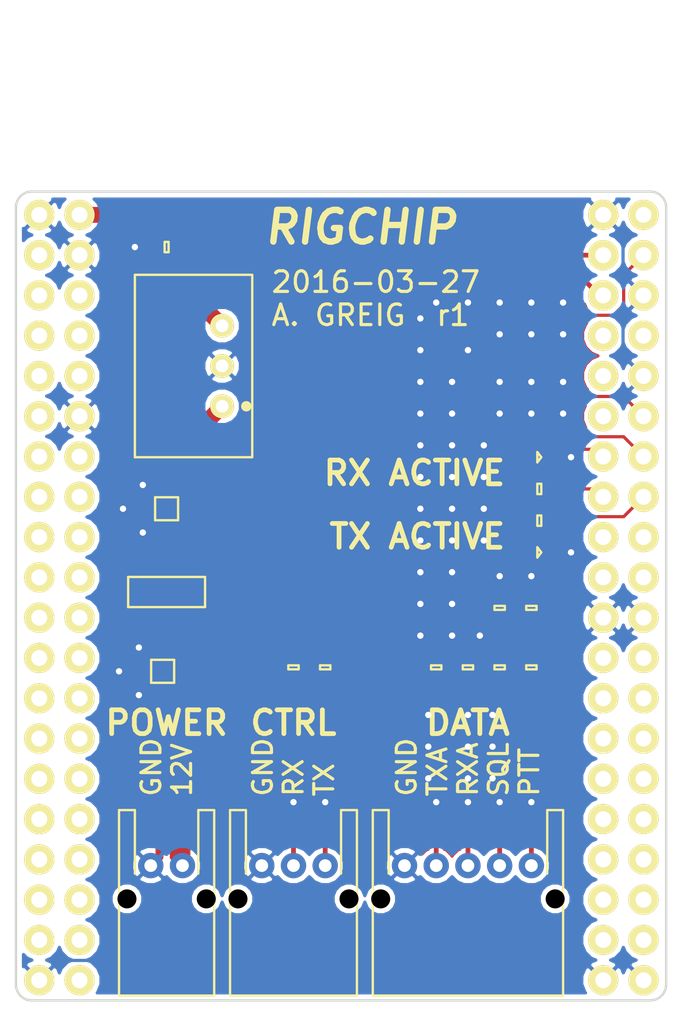
<source format=kicad_pcb>
(kicad_pcb (version 4) (host pcbnew 0.201512291232+6408~40~ubuntu14.04.1-stable)

  (general
    (links 59)
    (no_connects 0)
    (area 48.794999 36.645 92.205001 101.625)
    (thickness 1.6)
    (drawings 18)
    (tracks 267)
    (zones 0)
    (modules 28)
    (nets 81)
  )

  (page A4)
  (title_block
    (title RIGCHIP)
    (date 2016-03-27)
    (rev 1)
    (company "Dr House Radio Technologies")
    (comment 1 "Drawn By: Adam Greig")
  )

  (layers
    (0 F.Cu signal)
    (31 B.Cu signal)
    (32 B.Adhes user)
    (33 F.Adhes user)
    (34 B.Paste user)
    (35 F.Paste user)
    (36 B.SilkS user)
    (37 F.SilkS user)
    (38 B.Mask user)
    (39 F.Mask user)
    (40 Dwgs.User user)
    (41 Cmts.User user)
    (42 Eco1.User user)
    (43 Eco2.User user)
    (44 Edge.Cuts user)
    (45 Margin user)
    (46 B.CrtYd user)
    (47 F.CrtYd user)
    (48 B.Fab user)
    (49 F.Fab user)
  )

  (setup
    (last_trace_width 0.3)
    (user_trace_width 0.2)
    (user_trace_width 0.3)
    (user_trace_width 0.5)
    (user_trace_width 1)
    (trace_clearance 0.2)
    (zone_clearance 0.508)
    (zone_45_only no)
    (trace_min 0.2)
    (segment_width 0.2)
    (edge_width 0.15)
    (via_size 0.8)
    (via_drill 0.4)
    (via_min_size 0.8)
    (via_min_drill 0.4)
    (uvia_size 0.3)
    (uvia_drill 0.1)
    (uvias_allowed no)
    (uvia_min_size 0.2)
    (uvia_min_drill 0.1)
    (pcb_text_width 0.3)
    (pcb_text_size 1.5 1.5)
    (mod_edge_width 0.15)
    (mod_text_size 1 1)
    (mod_text_width 0.15)
    (pad_size 1.524 1.524)
    (pad_drill 0.762)
    (pad_to_mask_clearance 0)
    (aux_axis_origin 0 0)
    (visible_elements FFFEFF7F)
    (pcbplotparams
      (layerselection 0x010f0_ffffffff)
      (usegerberextensions true)
      (excludeedgelayer true)
      (linewidth 0.100000)
      (plotframeref false)
      (viasonmask false)
      (mode 1)
      (useauxorigin false)
      (hpglpennumber 1)
      (hpglpenspeed 20)
      (hpglpendiameter 15)
      (hpglpenoverlay 2)
      (psnegative false)
      (psa4output false)
      (plotreference false)
      (plotvalue false)
      (plotinvisibletext false)
      (padsonsilk false)
      (subtractmaskfromsilk true)
      (outputformat 1)
      (mirror false)
      (drillshape 0)
      (scaleselection 1)
      (outputdirectory gerbers/))
  )

  (net 0 "")
  (net 1 5v)
  (net 2 GND)
  (net 3 "Net-(C2-Pad1)")
  (net 4 "Net-(C3-Pad1)")
  (net 5 /SQL)
  (net 6 /PTT)
  (net 7 "Net-(D2-Pad1)")
  (net 8 "Net-(D3-Pad1)")
  (net 9 "Net-(D4-Pad1)")
  (net 10 "Net-(D5-Pad1)")
  (net 11 "Net-(D6-Pad1)")
  (net 12 "Net-(D7-Pad1)")
  (net 13 "Net-(D8-Pad2)")
  (net 14 "Net-(D9-Pad2)")
  (net 15 "Net-(IC2-PadL40)")
  (net 16 "Net-(IC2-PadL38)")
  (net 17 "Net-(IC2-PadL37)")
  (net 18 "Net-(IC2-PadL35)")
  (net 19 "Net-(IC2-PadL36)")
  (net 20 "Net-(IC2-PadL34)")
  (net 21 "Net-(IC2-PadL33)")
  (net 22 "Net-(IC2-PadL31)")
  (net 23 "Net-(IC2-PadL32)")
  (net 24 "Net-(IC2-PadL29)")
  (net 25 "Net-(IC2-PadL27)")
  (net 26 "Net-(IC2-PadL25)")
  (net 27 "Net-(IC2-PadL23)")
  (net 28 "Net-(IC2-PadL21)")
  (net 29 "Net-(IC2-PadL19)")
  (net 30 "Net-(IC2-PadL17)")
  (net 31 "Net-(IC2-PadL15)")
  (net 32 "Net-(IC2-PadL13)")
  (net 33 "Net-(IC2-PadL11)")
  (net 34 "Net-(IC2-PadL9)")
  (net 35 "Net-(IC2-PadL7)")
  (net 36 "Net-(IC2-PadL5)")
  (net 37 "Net-(IC2-PadL3)")
  (net 38 "Net-(IC2-PadL6)")
  (net 39 "Net-(IC2-PadL8)")
  (net 40 "Net-(IC2-PadL10)")
  (net 41 "Net-(IC2-PadL14)")
  (net 42 "Net-(IC2-PadL16)")
  (net 43 "Net-(IC2-PadL18)")
  (net 44 "Net-(IC2-PadL20)")
  (net 45 "Net-(IC2-PadL22)")
  (net 46 "Net-(IC2-PadL24)")
  (net 47 "Net-(IC2-PadL26)")
  (net 48 "Net-(IC2-PadL28)")
  (net 49 "Net-(IC2-PadL30)")
  (net 50 "Net-(IC2-PadR37)")
  (net 51 "Net-(IC2-PadR38)")
  (net 52 "Net-(IC2-PadR36)")
  (net 53 "Net-(IC2-PadR35)")
  (net 54 "Net-(IC2-PadR33)")
  (net 55 "Net-(IC2-PadR34)")
  (net 56 "Net-(IC2-PadR32)")
  (net 57 "Net-(IC2-PadR31)")
  (net 58 "Net-(IC2-PadR29)")
  (net 59 "Net-(IC2-PadR30)")
  (net 60 "Net-(IC2-PadR28)")
  (net 61 "Net-(IC2-PadR27)")
  (net 62 "Net-(IC2-PadR25)")
  (net 63 "Net-(IC2-PadR26)")
  (net 64 "Net-(IC2-PadR24)")
  (net 65 "Net-(IC2-PadR23)")
  (net 66 "Net-(IC2-PadR20)")
  (net 67 "Net-(IC2-PadR19)")
  (net 68 "Net-(IC2-PadR17)")
  (net 69 "Net-(IC2-PadR18)")
  (net 70 "Net-(IC2-PadR15)")
  (net 71 "Net-(IC2-PadR16)")
  (net 72 "Net-(IC2-PadR11)")
  (net 73 /RX_AUDIO)
  (net 74 "Net-(IC2-PadR9)")
  (net 75 "Net-(IC2-PadR7)")
  (net 76 "Net-(IC2-PadR8)")
  (net 77 /RIG_TX)
  (net 78 /RIG_RX)
  (net 79 /TX_AUDIO)
  (net 80 "Net-(IC2-PadR2)")

  (net_class Default "This is the default net class."
    (clearance 0.2)
    (trace_width 0.3)
    (via_dia 0.8)
    (via_drill 0.4)
    (uvia_dia 0.3)
    (uvia_drill 0.1)
    (add_net /PTT)
    (add_net /RIG_RX)
    (add_net /RIG_TX)
    (add_net /RX_AUDIO)
    (add_net /SQL)
    (add_net /TX_AUDIO)
    (add_net 5v)
    (add_net GND)
    (add_net "Net-(C2-Pad1)")
    (add_net "Net-(C3-Pad1)")
    (add_net "Net-(D2-Pad1)")
    (add_net "Net-(D3-Pad1)")
    (add_net "Net-(D4-Pad1)")
    (add_net "Net-(D5-Pad1)")
    (add_net "Net-(D6-Pad1)")
    (add_net "Net-(D7-Pad1)")
    (add_net "Net-(D8-Pad2)")
    (add_net "Net-(D9-Pad2)")
    (add_net "Net-(IC2-PadL10)")
    (add_net "Net-(IC2-PadL11)")
    (add_net "Net-(IC2-PadL13)")
    (add_net "Net-(IC2-PadL14)")
    (add_net "Net-(IC2-PadL15)")
    (add_net "Net-(IC2-PadL16)")
    (add_net "Net-(IC2-PadL17)")
    (add_net "Net-(IC2-PadL18)")
    (add_net "Net-(IC2-PadL19)")
    (add_net "Net-(IC2-PadL20)")
    (add_net "Net-(IC2-PadL21)")
    (add_net "Net-(IC2-PadL22)")
    (add_net "Net-(IC2-PadL23)")
    (add_net "Net-(IC2-PadL24)")
    (add_net "Net-(IC2-PadL25)")
    (add_net "Net-(IC2-PadL26)")
    (add_net "Net-(IC2-PadL27)")
    (add_net "Net-(IC2-PadL28)")
    (add_net "Net-(IC2-PadL29)")
    (add_net "Net-(IC2-PadL3)")
    (add_net "Net-(IC2-PadL30)")
    (add_net "Net-(IC2-PadL31)")
    (add_net "Net-(IC2-PadL32)")
    (add_net "Net-(IC2-PadL33)")
    (add_net "Net-(IC2-PadL34)")
    (add_net "Net-(IC2-PadL35)")
    (add_net "Net-(IC2-PadL36)")
    (add_net "Net-(IC2-PadL37)")
    (add_net "Net-(IC2-PadL38)")
    (add_net "Net-(IC2-PadL40)")
    (add_net "Net-(IC2-PadL5)")
    (add_net "Net-(IC2-PadL6)")
    (add_net "Net-(IC2-PadL7)")
    (add_net "Net-(IC2-PadL8)")
    (add_net "Net-(IC2-PadL9)")
    (add_net "Net-(IC2-PadR11)")
    (add_net "Net-(IC2-PadR15)")
    (add_net "Net-(IC2-PadR16)")
    (add_net "Net-(IC2-PadR17)")
    (add_net "Net-(IC2-PadR18)")
    (add_net "Net-(IC2-PadR19)")
    (add_net "Net-(IC2-PadR2)")
    (add_net "Net-(IC2-PadR20)")
    (add_net "Net-(IC2-PadR23)")
    (add_net "Net-(IC2-PadR24)")
    (add_net "Net-(IC2-PadR25)")
    (add_net "Net-(IC2-PadR26)")
    (add_net "Net-(IC2-PadR27)")
    (add_net "Net-(IC2-PadR28)")
    (add_net "Net-(IC2-PadR29)")
    (add_net "Net-(IC2-PadR30)")
    (add_net "Net-(IC2-PadR31)")
    (add_net "Net-(IC2-PadR32)")
    (add_net "Net-(IC2-PadR33)")
    (add_net "Net-(IC2-PadR34)")
    (add_net "Net-(IC2-PadR35)")
    (add_net "Net-(IC2-PadR36)")
    (add_net "Net-(IC2-PadR37)")
    (add_net "Net-(IC2-PadR38)")
    (add_net "Net-(IC2-PadR7)")
    (add_net "Net-(IC2-PadR8)")
    (add_net "Net-(IC2-PadR9)")
  )

  (module agg:0603 (layer F.Cu) (tedit 56836635) (tstamp 56F7FF20)
    (at 59.5 52.5 180)
    (path /56F80C1A)
    (fp_text reference C1 (at -2.225 0 270) (layer F.Fab)
      (effects (font (size 1 1) (thickness 0.15)))
    )
    (fp_text value 100n (at 2.225 0 270) (layer F.Fab)
      (effects (font (size 1 1) (thickness 0.15)))
    )
    (fp_line (start -0.8 -0.4) (end 0.8 -0.4) (layer F.Fab) (width 0.01))
    (fp_line (start 0.8 -0.4) (end 0.8 0.4) (layer F.Fab) (width 0.01))
    (fp_line (start 0.8 0.4) (end -0.8 0.4) (layer F.Fab) (width 0.01))
    (fp_line (start -0.8 0.4) (end -0.8 -0.4) (layer F.Fab) (width 0.01))
    (fp_line (start -0.45 -0.4) (end -0.45 0.4) (layer F.Fab) (width 0.01))
    (fp_line (start 0.45 -0.4) (end 0.45 0.4) (layer F.Fab) (width 0.01))
    (fp_line (start -0.125 -0.325) (end 0.125 -0.325) (layer F.SilkS) (width 0.15))
    (fp_line (start 0.125 -0.325) (end 0.125 0.325) (layer F.SilkS) (width 0.15))
    (fp_line (start 0.125 0.325) (end -0.125 0.325) (layer F.SilkS) (width 0.15))
    (fp_line (start -0.125 0.325) (end -0.125 -0.325) (layer F.SilkS) (width 0.15))
    (fp_line (start -1.55 -0.75) (end 1.55 -0.75) (layer F.CrtYd) (width 0.01))
    (fp_line (start 1.55 -0.75) (end 1.55 0.75) (layer F.CrtYd) (width 0.01))
    (fp_line (start 1.55 0.75) (end -1.55 0.75) (layer F.CrtYd) (width 0.01))
    (fp_line (start -1.55 0.75) (end -1.55 -0.75) (layer F.CrtYd) (width 0.01))
    (pad 1 smd rect (at -0.8 0 180) (size 0.95 1) (layers F.Cu F.Paste F.Mask)
      (net 1 5v))
    (pad 2 smd rect (at 0.8 0 180) (size 0.95 1) (layers F.Cu F.Paste F.Mask)
      (net 2 GND))
  )

  (module agg:1206 (layer F.Cu) (tedit 56836635) (tstamp 56F7FF34)
    (at 59.25 79.25 180)
    (path /56F7F00E)
    (fp_text reference C2 (at -3.025 0 270) (layer F.Fab)
      (effects (font (size 1 1) (thickness 0.15)))
    )
    (fp_text value 10µ (at 3.025 0 270) (layer F.Fab)
      (effects (font (size 1 1) (thickness 0.15)))
    )
    (fp_line (start -1.6 -0.8) (end 1.6 -0.8) (layer F.Fab) (width 0.01))
    (fp_line (start 1.6 -0.8) (end 1.6 0.8) (layer F.Fab) (width 0.01))
    (fp_line (start 1.6 0.8) (end -1.6 0.8) (layer F.Fab) (width 0.01))
    (fp_line (start -1.6 0.8) (end -1.6 -0.8) (layer F.Fab) (width 0.01))
    (fp_line (start -1 -0.8) (end -1 0.8) (layer F.Fab) (width 0.01))
    (fp_line (start 1 -0.8) (end 1 0.8) (layer F.Fab) (width 0.01))
    (fp_line (start -0.725 -0.725) (end 0.725 -0.725) (layer F.SilkS) (width 0.15))
    (fp_line (start 0.725 -0.725) (end 0.725 0.725) (layer F.SilkS) (width 0.15))
    (fp_line (start 0.725 0.725) (end -0.725 0.725) (layer F.SilkS) (width 0.15))
    (fp_line (start -0.725 0.725) (end -0.725 -0.725) (layer F.SilkS) (width 0.15))
    (fp_line (start -2.35 -1.15) (end 2.35 -1.15) (layer F.CrtYd) (width 0.01))
    (fp_line (start 2.35 -1.15) (end 2.35 1.15) (layer F.CrtYd) (width 0.01))
    (fp_line (start 2.35 1.15) (end -2.35 1.15) (layer F.CrtYd) (width 0.01))
    (fp_line (start -2.35 1.15) (end -2.35 -1.15) (layer F.CrtYd) (width 0.01))
    (pad 1 smd rect (at -1.5 0 180) (size 1.15 1.8) (layers F.Cu F.Paste F.Mask)
      (net 3 "Net-(C2-Pad1)"))
    (pad 2 smd rect (at 1.5 0 180) (size 1.15 1.8) (layers F.Cu F.Paste F.Mask)
      (net 2 GND))
  )

  (module agg:1206 (layer F.Cu) (tedit 56836635) (tstamp 56F7FF48)
    (at 59.5 69 180)
    (path /56F7F03B)
    (fp_text reference C3 (at -3.025 0 270) (layer F.Fab)
      (effects (font (size 1 1) (thickness 0.15)))
    )
    (fp_text value 10µ (at 3.025 0 270) (layer F.Fab)
      (effects (font (size 1 1) (thickness 0.15)))
    )
    (fp_line (start -1.6 -0.8) (end 1.6 -0.8) (layer F.Fab) (width 0.01))
    (fp_line (start 1.6 -0.8) (end 1.6 0.8) (layer F.Fab) (width 0.01))
    (fp_line (start 1.6 0.8) (end -1.6 0.8) (layer F.Fab) (width 0.01))
    (fp_line (start -1.6 0.8) (end -1.6 -0.8) (layer F.Fab) (width 0.01))
    (fp_line (start -1 -0.8) (end -1 0.8) (layer F.Fab) (width 0.01))
    (fp_line (start 1 -0.8) (end 1 0.8) (layer F.Fab) (width 0.01))
    (fp_line (start -0.725 -0.725) (end 0.725 -0.725) (layer F.SilkS) (width 0.15))
    (fp_line (start 0.725 -0.725) (end 0.725 0.725) (layer F.SilkS) (width 0.15))
    (fp_line (start 0.725 0.725) (end -0.725 0.725) (layer F.SilkS) (width 0.15))
    (fp_line (start -0.725 0.725) (end -0.725 -0.725) (layer F.SilkS) (width 0.15))
    (fp_line (start -2.35 -1.15) (end 2.35 -1.15) (layer F.CrtYd) (width 0.01))
    (fp_line (start 2.35 -1.15) (end 2.35 1.15) (layer F.CrtYd) (width 0.01))
    (fp_line (start 2.35 1.15) (end -2.35 1.15) (layer F.CrtYd) (width 0.01))
    (fp_line (start -2.35 1.15) (end -2.35 -1.15) (layer F.CrtYd) (width 0.01))
    (pad 1 smd rect (at -1.5 0 180) (size 1.15 1.8) (layers F.Cu F.Paste F.Mask)
      (net 4 "Net-(C3-Pad1)"))
    (pad 2 smd rect (at 1.5 0 180) (size 1.15 1.8) (layers F.Cu F.Paste F.Mask)
      (net 2 GND))
  )

  (module agg:0603 (layer F.Cu) (tedit 56836635) (tstamp 56F7FF5C)
    (at 80.5 75.25 90)
    (path /56F7F528)
    (fp_text reference C4 (at -2.225 0 180) (layer F.Fab)
      (effects (font (size 1 1) (thickness 0.15)))
    )
    (fp_text value 100n (at 2.225 0 180) (layer F.Fab)
      (effects (font (size 1 1) (thickness 0.15)))
    )
    (fp_line (start -0.8 -0.4) (end 0.8 -0.4) (layer F.Fab) (width 0.01))
    (fp_line (start 0.8 -0.4) (end 0.8 0.4) (layer F.Fab) (width 0.01))
    (fp_line (start 0.8 0.4) (end -0.8 0.4) (layer F.Fab) (width 0.01))
    (fp_line (start -0.8 0.4) (end -0.8 -0.4) (layer F.Fab) (width 0.01))
    (fp_line (start -0.45 -0.4) (end -0.45 0.4) (layer F.Fab) (width 0.01))
    (fp_line (start 0.45 -0.4) (end 0.45 0.4) (layer F.Fab) (width 0.01))
    (fp_line (start -0.125 -0.325) (end 0.125 -0.325) (layer F.SilkS) (width 0.15))
    (fp_line (start 0.125 -0.325) (end 0.125 0.325) (layer F.SilkS) (width 0.15))
    (fp_line (start 0.125 0.325) (end -0.125 0.325) (layer F.SilkS) (width 0.15))
    (fp_line (start -0.125 0.325) (end -0.125 -0.325) (layer F.SilkS) (width 0.15))
    (fp_line (start -1.55 -0.75) (end 1.55 -0.75) (layer F.CrtYd) (width 0.01))
    (fp_line (start 1.55 -0.75) (end 1.55 0.75) (layer F.CrtYd) (width 0.01))
    (fp_line (start 1.55 0.75) (end -1.55 0.75) (layer F.CrtYd) (width 0.01))
    (fp_line (start -1.55 0.75) (end -1.55 -0.75) (layer F.CrtYd) (width 0.01))
    (pad 1 smd rect (at -0.8 0 90) (size 0.95 1) (layers F.Cu F.Paste F.Mask)
      (net 5 /SQL))
    (pad 2 smd rect (at 0.8 0 90) (size 0.95 1) (layers F.Cu F.Paste F.Mask)
      (net 2 GND))
  )

  (module agg:0603 (layer F.Cu) (tedit 56836635) (tstamp 56F7FF70)
    (at 82.5 75.25 90)
    (path /56F7F59B)
    (fp_text reference C5 (at -2.225 0 180) (layer F.Fab)
      (effects (font (size 1 1) (thickness 0.15)))
    )
    (fp_text value 100n (at 2.225 0 180) (layer F.Fab)
      (effects (font (size 1 1) (thickness 0.15)))
    )
    (fp_line (start -0.8 -0.4) (end 0.8 -0.4) (layer F.Fab) (width 0.01))
    (fp_line (start 0.8 -0.4) (end 0.8 0.4) (layer F.Fab) (width 0.01))
    (fp_line (start 0.8 0.4) (end -0.8 0.4) (layer F.Fab) (width 0.01))
    (fp_line (start -0.8 0.4) (end -0.8 -0.4) (layer F.Fab) (width 0.01))
    (fp_line (start -0.45 -0.4) (end -0.45 0.4) (layer F.Fab) (width 0.01))
    (fp_line (start 0.45 -0.4) (end 0.45 0.4) (layer F.Fab) (width 0.01))
    (fp_line (start -0.125 -0.325) (end 0.125 -0.325) (layer F.SilkS) (width 0.15))
    (fp_line (start 0.125 -0.325) (end 0.125 0.325) (layer F.SilkS) (width 0.15))
    (fp_line (start 0.125 0.325) (end -0.125 0.325) (layer F.SilkS) (width 0.15))
    (fp_line (start -0.125 0.325) (end -0.125 -0.325) (layer F.SilkS) (width 0.15))
    (fp_line (start -1.55 -0.75) (end 1.55 -0.75) (layer F.CrtYd) (width 0.01))
    (fp_line (start 1.55 -0.75) (end 1.55 0.75) (layer F.CrtYd) (width 0.01))
    (fp_line (start 1.55 0.75) (end -1.55 0.75) (layer F.CrtYd) (width 0.01))
    (fp_line (start -1.55 0.75) (end -1.55 -0.75) (layer F.CrtYd) (width 0.01))
    (pad 1 smd rect (at -0.8 0 90) (size 0.95 1) (layers F.Cu F.Paste F.Mask)
      (net 6 /PTT))
    (pad 2 smd rect (at 0.8 0 90) (size 0.95 1) (layers F.Cu F.Paste F.Mask)
      (net 2 GND))
  )

  (module agg:0402 (layer F.Cu) (tedit 56836635) (tstamp 56F7FF80)
    (at 59.5 89.75 180)
    (path /56F7F086)
    (fp_text reference D1 (at -1.71 0 270) (layer F.Fab)
      (effects (font (size 1 1) (thickness 0.15)))
    )
    (fp_text value ESD_DIODE (at 1.71 0 270) (layer F.Fab)
      (effects (font (size 1 1) (thickness 0.15)))
    )
    (fp_line (start -0.5 -0.25) (end 0.5 -0.25) (layer F.Fab) (width 0.01))
    (fp_line (start 0.5 -0.25) (end 0.5 0.25) (layer F.Fab) (width 0.01))
    (fp_line (start 0.5 0.25) (end -0.5 0.25) (layer F.Fab) (width 0.01))
    (fp_line (start -0.5 0.25) (end -0.5 -0.25) (layer F.Fab) (width 0.01))
    (fp_line (start -0.2 -0.25) (end -0.2 0.25) (layer F.Fab) (width 0.01))
    (fp_line (start 0.2 -0.25) (end 0.2 0.25) (layer F.Fab) (width 0.01))
    (fp_line (start -1.05 -0.6) (end 1.05 -0.6) (layer F.CrtYd) (width 0.01))
    (fp_line (start 1.05 -0.6) (end 1.05 0.6) (layer F.CrtYd) (width 0.01))
    (fp_line (start 1.05 0.6) (end -1.05 0.6) (layer F.CrtYd) (width 0.01))
    (fp_line (start -1.05 0.6) (end -1.05 -0.6) (layer F.CrtYd) (width 0.01))
    (pad 1 smd rect (at -0.45 0 180) (size 0.62 0.62) (layers F.Cu F.Paste F.Mask)
      (net 3 "Net-(C2-Pad1)"))
    (pad 2 smd rect (at 0.45 0 180) (size 0.62 0.62) (layers F.Cu F.Paste F.Mask)
      (net 2 GND))
  )

  (module agg:0402 (layer F.Cu) (tedit 56836635) (tstamp 56F7FF90)
    (at 76.5 89 90)
    (path /56F7F23B)
    (fp_text reference D2 (at -1.71 0 180) (layer F.Fab)
      (effects (font (size 1 1) (thickness 0.15)))
    )
    (fp_text value ESD_DIODE (at 1.71 0 180) (layer F.Fab)
      (effects (font (size 1 1) (thickness 0.15)))
    )
    (fp_line (start -0.5 -0.25) (end 0.5 -0.25) (layer F.Fab) (width 0.01))
    (fp_line (start 0.5 -0.25) (end 0.5 0.25) (layer F.Fab) (width 0.01))
    (fp_line (start 0.5 0.25) (end -0.5 0.25) (layer F.Fab) (width 0.01))
    (fp_line (start -0.5 0.25) (end -0.5 -0.25) (layer F.Fab) (width 0.01))
    (fp_line (start -0.2 -0.25) (end -0.2 0.25) (layer F.Fab) (width 0.01))
    (fp_line (start 0.2 -0.25) (end 0.2 0.25) (layer F.Fab) (width 0.01))
    (fp_line (start -1.05 -0.6) (end 1.05 -0.6) (layer F.CrtYd) (width 0.01))
    (fp_line (start 1.05 -0.6) (end 1.05 0.6) (layer F.CrtYd) (width 0.01))
    (fp_line (start 1.05 0.6) (end -1.05 0.6) (layer F.CrtYd) (width 0.01))
    (fp_line (start -1.05 0.6) (end -1.05 -0.6) (layer F.CrtYd) (width 0.01))
    (pad 1 smd rect (at -0.45 0 90) (size 0.62 0.62) (layers F.Cu F.Paste F.Mask)
      (net 7 "Net-(D2-Pad1)"))
    (pad 2 smd rect (at 0.45 0 90) (size 0.62 0.62) (layers F.Cu F.Paste F.Mask)
      (net 2 GND))
  )

  (module agg:0402 (layer F.Cu) (tedit 56836635) (tstamp 56F7FFA0)
    (at 78.5 89 90)
    (path /56F7F1FF)
    (fp_text reference D3 (at -1.71 0 180) (layer F.Fab)
      (effects (font (size 1 1) (thickness 0.15)))
    )
    (fp_text value ESD_DIODE (at 1.71 0 180) (layer F.Fab)
      (effects (font (size 1 1) (thickness 0.15)))
    )
    (fp_line (start -0.5 -0.25) (end 0.5 -0.25) (layer F.Fab) (width 0.01))
    (fp_line (start 0.5 -0.25) (end 0.5 0.25) (layer F.Fab) (width 0.01))
    (fp_line (start 0.5 0.25) (end -0.5 0.25) (layer F.Fab) (width 0.01))
    (fp_line (start -0.5 0.25) (end -0.5 -0.25) (layer F.Fab) (width 0.01))
    (fp_line (start -0.2 -0.25) (end -0.2 0.25) (layer F.Fab) (width 0.01))
    (fp_line (start 0.2 -0.25) (end 0.2 0.25) (layer F.Fab) (width 0.01))
    (fp_line (start -1.05 -0.6) (end 1.05 -0.6) (layer F.CrtYd) (width 0.01))
    (fp_line (start 1.05 -0.6) (end 1.05 0.6) (layer F.CrtYd) (width 0.01))
    (fp_line (start 1.05 0.6) (end -1.05 0.6) (layer F.CrtYd) (width 0.01))
    (fp_line (start -1.05 0.6) (end -1.05 -0.6) (layer F.CrtYd) (width 0.01))
    (pad 1 smd rect (at -0.45 0 90) (size 0.62 0.62) (layers F.Cu F.Paste F.Mask)
      (net 8 "Net-(D3-Pad1)"))
    (pad 2 smd rect (at 0.45 0 90) (size 0.62 0.62) (layers F.Cu F.Paste F.Mask)
      (net 2 GND))
  )

  (module agg:0402 (layer F.Cu) (tedit 56836635) (tstamp 56F7FFB0)
    (at 80.5 89 90)
    (path /56F7F1C6)
    (fp_text reference D4 (at -1.71 0 180) (layer F.Fab)
      (effects (font (size 1 1) (thickness 0.15)))
    )
    (fp_text value ESD_DIODE (at 1.71 0 180) (layer F.Fab)
      (effects (font (size 1 1) (thickness 0.15)))
    )
    (fp_line (start -0.5 -0.25) (end 0.5 -0.25) (layer F.Fab) (width 0.01))
    (fp_line (start 0.5 -0.25) (end 0.5 0.25) (layer F.Fab) (width 0.01))
    (fp_line (start 0.5 0.25) (end -0.5 0.25) (layer F.Fab) (width 0.01))
    (fp_line (start -0.5 0.25) (end -0.5 -0.25) (layer F.Fab) (width 0.01))
    (fp_line (start -0.2 -0.25) (end -0.2 0.25) (layer F.Fab) (width 0.01))
    (fp_line (start 0.2 -0.25) (end 0.2 0.25) (layer F.Fab) (width 0.01))
    (fp_line (start -1.05 -0.6) (end 1.05 -0.6) (layer F.CrtYd) (width 0.01))
    (fp_line (start 1.05 -0.6) (end 1.05 0.6) (layer F.CrtYd) (width 0.01))
    (fp_line (start 1.05 0.6) (end -1.05 0.6) (layer F.CrtYd) (width 0.01))
    (fp_line (start -1.05 0.6) (end -1.05 -0.6) (layer F.CrtYd) (width 0.01))
    (pad 1 smd rect (at -0.45 0 90) (size 0.62 0.62) (layers F.Cu F.Paste F.Mask)
      (net 9 "Net-(D4-Pad1)"))
    (pad 2 smd rect (at 0.45 0 90) (size 0.62 0.62) (layers F.Cu F.Paste F.Mask)
      (net 2 GND))
  )

  (module agg:0402 (layer F.Cu) (tedit 56836635) (tstamp 56F7FFC0)
    (at 82.5 89 90)
    (path /56F7F170)
    (fp_text reference D5 (at -1.71 0 180) (layer F.Fab)
      (effects (font (size 1 1) (thickness 0.15)))
    )
    (fp_text value ESD_DIODE (at 1.71 0 180) (layer F.Fab)
      (effects (font (size 1 1) (thickness 0.15)))
    )
    (fp_line (start -0.5 -0.25) (end 0.5 -0.25) (layer F.Fab) (width 0.01))
    (fp_line (start 0.5 -0.25) (end 0.5 0.25) (layer F.Fab) (width 0.01))
    (fp_line (start 0.5 0.25) (end -0.5 0.25) (layer F.Fab) (width 0.01))
    (fp_line (start -0.5 0.25) (end -0.5 -0.25) (layer F.Fab) (width 0.01))
    (fp_line (start -0.2 -0.25) (end -0.2 0.25) (layer F.Fab) (width 0.01))
    (fp_line (start 0.2 -0.25) (end 0.2 0.25) (layer F.Fab) (width 0.01))
    (fp_line (start -1.05 -0.6) (end 1.05 -0.6) (layer F.CrtYd) (width 0.01))
    (fp_line (start 1.05 -0.6) (end 1.05 0.6) (layer F.CrtYd) (width 0.01))
    (fp_line (start 1.05 0.6) (end -1.05 0.6) (layer F.CrtYd) (width 0.01))
    (fp_line (start -1.05 0.6) (end -1.05 -0.6) (layer F.CrtYd) (width 0.01))
    (pad 1 smd rect (at -0.45 0 90) (size 0.62 0.62) (layers F.Cu F.Paste F.Mask)
      (net 10 "Net-(D5-Pad1)"))
    (pad 2 smd rect (at 0.45 0 90) (size 0.62 0.62) (layers F.Cu F.Paste F.Mask)
      (net 2 GND))
  )

  (module agg:0402 (layer F.Cu) (tedit 56836635) (tstamp 56F7FFD0)
    (at 67.5 89 90)
    (path /56F7F0D0)
    (fp_text reference D6 (at -1.71 0 180) (layer F.Fab)
      (effects (font (size 1 1) (thickness 0.15)))
    )
    (fp_text value ESD_DIODE (at 1.71 0 180) (layer F.Fab)
      (effects (font (size 1 1) (thickness 0.15)))
    )
    (fp_line (start -0.5 -0.25) (end 0.5 -0.25) (layer F.Fab) (width 0.01))
    (fp_line (start 0.5 -0.25) (end 0.5 0.25) (layer F.Fab) (width 0.01))
    (fp_line (start 0.5 0.25) (end -0.5 0.25) (layer F.Fab) (width 0.01))
    (fp_line (start -0.5 0.25) (end -0.5 -0.25) (layer F.Fab) (width 0.01))
    (fp_line (start -0.2 -0.25) (end -0.2 0.25) (layer F.Fab) (width 0.01))
    (fp_line (start 0.2 -0.25) (end 0.2 0.25) (layer F.Fab) (width 0.01))
    (fp_line (start -1.05 -0.6) (end 1.05 -0.6) (layer F.CrtYd) (width 0.01))
    (fp_line (start 1.05 -0.6) (end 1.05 0.6) (layer F.CrtYd) (width 0.01))
    (fp_line (start 1.05 0.6) (end -1.05 0.6) (layer F.CrtYd) (width 0.01))
    (fp_line (start -1.05 0.6) (end -1.05 -0.6) (layer F.CrtYd) (width 0.01))
    (pad 1 smd rect (at -0.45 0 90) (size 0.62 0.62) (layers F.Cu F.Paste F.Mask)
      (net 11 "Net-(D6-Pad1)"))
    (pad 2 smd rect (at 0.45 0 90) (size 0.62 0.62) (layers F.Cu F.Paste F.Mask)
      (net 2 GND))
  )

  (module agg:0402 (layer F.Cu) (tedit 56836635) (tstamp 56F7FFE0)
    (at 69.5 89 90)
    (path /56F7F126)
    (fp_text reference D7 (at -1.71 0 180) (layer F.Fab)
      (effects (font (size 1 1) (thickness 0.15)))
    )
    (fp_text value ESD_DIODE (at 1.71 0 180) (layer F.Fab)
      (effects (font (size 1 1) (thickness 0.15)))
    )
    (fp_line (start -0.5 -0.25) (end 0.5 -0.25) (layer F.Fab) (width 0.01))
    (fp_line (start 0.5 -0.25) (end 0.5 0.25) (layer F.Fab) (width 0.01))
    (fp_line (start 0.5 0.25) (end -0.5 0.25) (layer F.Fab) (width 0.01))
    (fp_line (start -0.5 0.25) (end -0.5 -0.25) (layer F.Fab) (width 0.01))
    (fp_line (start -0.2 -0.25) (end -0.2 0.25) (layer F.Fab) (width 0.01))
    (fp_line (start 0.2 -0.25) (end 0.2 0.25) (layer F.Fab) (width 0.01))
    (fp_line (start -1.05 -0.6) (end 1.05 -0.6) (layer F.CrtYd) (width 0.01))
    (fp_line (start 1.05 -0.6) (end 1.05 0.6) (layer F.CrtYd) (width 0.01))
    (fp_line (start 1.05 0.6) (end -1.05 0.6) (layer F.CrtYd) (width 0.01))
    (fp_line (start -1.05 0.6) (end -1.05 -0.6) (layer F.CrtYd) (width 0.01))
    (pad 1 smd rect (at -0.45 0 90) (size 0.62 0.62) (layers F.Cu F.Paste F.Mask)
      (net 12 "Net-(D7-Pad1)"))
    (pad 2 smd rect (at 0.45 0 90) (size 0.62 0.62) (layers F.Cu F.Paste F.Mask)
      (net 2 GND))
  )

  (module agg:0603-LED (layer F.Cu) (tedit 568457C2) (tstamp 56F7FFF4)
    (at 83 65.75 180)
    (path /56F87C3C)
    (fp_text reference D8 (at -2.225 0 270) (layer F.Fab)
      (effects (font (size 1 1) (thickness 0.15)))
    )
    (fp_text value GRN (at 2.225 0 270) (layer F.Fab)
      (effects (font (size 1 1) (thickness 0.15)))
    )
    (fp_line (start -0.8 -0.4) (end 0.8 -0.4) (layer F.Fab) (width 0.01))
    (fp_line (start 0.8 -0.4) (end 0.8 0.4) (layer F.Fab) (width 0.01))
    (fp_line (start 0.8 0.4) (end -0.8 0.4) (layer F.Fab) (width 0.01))
    (fp_line (start -0.8 0.4) (end -0.8 -0.4) (layer F.Fab) (width 0.01))
    (fp_line (start -0.4 -0.4) (end -0.4 0.4) (layer F.Fab) (width 0.01))
    (fp_line (start -0.55 -0.4) (end -0.55 0.4) (layer F.Fab) (width 0.01))
    (fp_line (start 0.55 -0.4) (end 0.55 0.4) (layer F.Fab) (width 0.01))
    (fp_line (start -0.125 0) (end 0.125 -0.325) (layer F.SilkS) (width 0.15))
    (fp_line (start -0.125 0) (end 0.125 0.325) (layer F.SilkS) (width 0.15))
    (fp_line (start 0.125 -0.325) (end 0.125 0.325) (layer F.SilkS) (width 0.15))
    (fp_line (start -1.55 -0.75) (end 1.55 -0.75) (layer F.CrtYd) (width 0.01))
    (fp_line (start 1.55 -0.75) (end 1.55 0.75) (layer F.CrtYd) (width 0.01))
    (fp_line (start 1.55 0.75) (end -1.55 0.75) (layer F.CrtYd) (width 0.01))
    (fp_line (start -1.55 0.75) (end -1.55 -0.75) (layer F.CrtYd) (width 0.01))
    (pad 1 smd rect (at -0.8 0 180) (size 0.95 1) (layers F.Cu F.Paste F.Mask)
      (net 2 GND))
    (pad 2 smd rect (at 0.8 0 180) (size 0.95 1) (layers F.Cu F.Paste F.Mask)
      (net 13 "Net-(D8-Pad2)"))
  )

  (module agg:0603-LED (layer F.Cu) (tedit 568457C2) (tstamp 56F80008)
    (at 83 71.75 180)
    (path /56F87CCC)
    (fp_text reference D9 (at -2.225 0 270) (layer F.Fab)
      (effects (font (size 1 1) (thickness 0.15)))
    )
    (fp_text value RED (at 2.225 0 270) (layer F.Fab)
      (effects (font (size 1 1) (thickness 0.15)))
    )
    (fp_line (start -0.8 -0.4) (end 0.8 -0.4) (layer F.Fab) (width 0.01))
    (fp_line (start 0.8 -0.4) (end 0.8 0.4) (layer F.Fab) (width 0.01))
    (fp_line (start 0.8 0.4) (end -0.8 0.4) (layer F.Fab) (width 0.01))
    (fp_line (start -0.8 0.4) (end -0.8 -0.4) (layer F.Fab) (width 0.01))
    (fp_line (start -0.4 -0.4) (end -0.4 0.4) (layer F.Fab) (width 0.01))
    (fp_line (start -0.55 -0.4) (end -0.55 0.4) (layer F.Fab) (width 0.01))
    (fp_line (start 0.55 -0.4) (end 0.55 0.4) (layer F.Fab) (width 0.01))
    (fp_line (start -0.125 0) (end 0.125 -0.325) (layer F.SilkS) (width 0.15))
    (fp_line (start -0.125 0) (end 0.125 0.325) (layer F.SilkS) (width 0.15))
    (fp_line (start 0.125 -0.325) (end 0.125 0.325) (layer F.SilkS) (width 0.15))
    (fp_line (start -1.55 -0.75) (end 1.55 -0.75) (layer F.CrtYd) (width 0.01))
    (fp_line (start 1.55 -0.75) (end 1.55 0.75) (layer F.CrtYd) (width 0.01))
    (fp_line (start 1.55 0.75) (end -1.55 0.75) (layer F.CrtYd) (width 0.01))
    (fp_line (start -1.55 0.75) (end -1.55 -0.75) (layer F.CrtYd) (width 0.01))
    (pad 1 smd rect (at -0.8 0 180) (size 0.95 1) (layers F.Cu F.Paste F.Mask)
      (net 2 GND))
    (pad 2 smd rect (at 0.8 0 180) (size 0.95 1) (layers F.Cu F.Paste F.Mask)
      (net 14 "Net-(D9-Pad2)"))
  )

  (module agg:TSR1 (layer F.Cu) (tedit 56F7EE02) (tstamp 56F8001F)
    (at 63 60 90)
    (path /56F7EF70)
    (fp_text reference IC1 (at 0 3 90) (layer F.Fab)
      (effects (font (size 1 1) (thickness 0.15)))
    )
    (fp_text value TSR1 (at 0 -6.4 90) (layer F.Fab)
      (effects (font (size 1 1) (thickness 0.15)))
    )
    (fp_circle (center -2.54 1.524) (end -2.4638 1.524) (layer F.SilkS) (width 0.15))
    (fp_circle (center -2.54 1.524) (end -2.413 1.524) (layer F.SilkS) (width 0.15))
    (fp_line (start 5.75 -5.5) (end -5.75 -5.5) (layer F.SilkS) (width 0.15))
    (fp_line (start 5.75 1.9) (end 5.75 -5.5) (layer F.SilkS) (width 0.15))
    (fp_line (start -5.75 1.9) (end 5.75 1.9) (layer F.SilkS) (width 0.15))
    (fp_line (start -5.75 -5.5) (end -5.75 1.9) (layer F.SilkS) (width 0.15))
    (fp_line (start -6.1 -5.85) (end -6.1 2.25) (layer F.CrtYd) (width 0.01))
    (fp_line (start 6.1 -5.85) (end -6.1 -5.85) (layer F.CrtYd) (width 0.01))
    (fp_line (start 6.1 2.25) (end 6.1 -5.85) (layer F.CrtYd) (width 0.01))
    (fp_line (start -6.1 2.25) (end 6.1 2.25) (layer F.CrtYd) (width 0.01))
    (fp_circle (center -2.54 1.524) (end -2.286 1.524) (layer F.SilkS) (width 0.15))
    (fp_circle (center -2.54 1.524) (end -2.286 1.524) (layer F.Fab) (width 0.01))
    (fp_line (start -5.85 -5.6) (end -5.85 2) (layer F.Fab) (width 0.01))
    (fp_line (start 5.85 -5.6) (end -5.85 -5.6) (layer F.Fab) (width 0.01))
    (fp_line (start 5.85 2) (end 5.85 -5.6) (layer F.Fab) (width 0.01))
    (fp_line (start -5.85 2) (end 5.85 2) (layer F.Fab) (width 0.01))
    (pad 1 thru_hole circle (at -2.54 0 90) (size 1.5 1.5) (drill 0.8) (layers *.Cu *.Mask F.SilkS)
      (net 4 "Net-(C3-Pad1)"))
    (pad 2 thru_hole circle (at 0 0 90) (size 1.5 1.5) (drill 0.8) (layers *.Cu *.Mask F.SilkS)
      (net 2 GND))
    (pad 3 thru_hole circle (at 2.54 0 90) (size 1.5 1.5) (drill 0.8) (layers *.Cu *.Mask F.SilkS)
      (net 1 5v))
  )

  (module agg:CHIPv1_0 (layer F.Cu) (tedit 56F818BC) (tstamp 56F80082)
    (at 50 100)
    (path /56F7EA62)
    (fp_text reference IC2 (at 38.1 -62.23) (layer F.Fab)
      (effects (font (size 1 1) (thickness 0.15)))
    )
    (fp_text value CHIPv1_0 (at 7.62 -62.23) (layer F.Fab)
      (effects (font (size 1 1) (thickness 0.15)))
    )
    (fp_line (start 42 1) (end -1 1) (layer F.CrtYd) (width 0.01))
    (fp_line (start 42 -61.5) (end 42 1) (layer F.CrtYd) (width 0.01))
    (fp_line (start -1 -61.5) (end 42 -61.5) (layer F.CrtYd) (width 0.01))
    (fp_line (start -1 1) (end -1 -61.5) (layer F.CrtYd) (width 0.01))
    (fp_line (start 35.76 -50.8) (end 35.76 0) (layer F.Fab) (width 0.01))
    (fp_line (start 41 -50.8) (end 35.76 -50.8) (layer F.Fab) (width 0.01))
    (fp_line (start 5.28 -50.8) (end 0 -50.8) (layer F.Fab) (width 0.01))
    (fp_line (start 5.28 0) (end 5.28 -50.8) (layer F.Fab) (width 0.01))
    (fp_line (start 3.5 -60.5) (end 0 -57) (layer F.Fab) (width 0.01))
    (fp_circle (center 4 -56.5) (end 5.5 -56.5) (layer F.Fab) (width 0.01))
    (fp_line (start 0 -57) (end 0 0) (layer F.Fab) (width 0.01))
    (fp_line (start 41 -60.5) (end 3.5 -60.5) (layer F.Fab) (width 0.01))
    (fp_line (start 41 0) (end 41 -60.5) (layer F.Fab) (width 0.01))
    (fp_line (start 0 0) (end 41 0) (layer F.Fab) (width 0.01))
    (pad L39 thru_hole circle (at 1.47 -1.27) (size 1.9 1.9) (drill 1) (layers *.Cu *.Mask F.SilkS)
      (net 2 GND))
    (pad L40 thru_hole circle (at 4.01 -1.27) (size 1.9 1.9) (drill 1) (layers *.Cu *.Mask F.SilkS)
      (net 15 "Net-(IC2-PadL40)"))
    (pad L38 thru_hole circle (at 4.01 -3.81) (size 1.9 1.9) (drill 1) (layers *.Cu *.Mask F.SilkS)
      (net 16 "Net-(IC2-PadL38)"))
    (pad L37 thru_hole circle (at 1.47 -3.81) (size 1.9 1.9) (drill 1) (layers *.Cu *.Mask F.SilkS)
      (net 17 "Net-(IC2-PadL37)"))
    (pad L35 thru_hole circle (at 1.47 -6.35) (size 1.9 1.9) (drill 1) (layers *.Cu *.Mask F.SilkS)
      (net 18 "Net-(IC2-PadL35)"))
    (pad L36 thru_hole circle (at 4.01 -6.35) (size 1.9 1.9) (drill 1) (layers *.Cu *.Mask F.SilkS)
      (net 19 "Net-(IC2-PadL36)"))
    (pad L34 thru_hole circle (at 4.01 -8.89) (size 1.9 1.9) (drill 1) (layers *.Cu *.Mask F.SilkS)
      (net 20 "Net-(IC2-PadL34)"))
    (pad L33 thru_hole circle (at 1.47 -8.89) (size 1.9 1.9) (drill 1) (layers *.Cu *.Mask F.SilkS)
      (net 21 "Net-(IC2-PadL33)"))
    (pad L31 thru_hole circle (at 1.47 -11.43) (size 1.9 1.9) (drill 1) (layers *.Cu *.Mask F.SilkS)
      (net 22 "Net-(IC2-PadL31)"))
    (pad L32 thru_hole circle (at 4.01 -11.43) (size 1.9 1.9) (drill 1) (layers *.Cu *.Mask F.SilkS)
      (net 23 "Net-(IC2-PadL32)"))
    (pad L29 thru_hole circle (at 1.47 -13.97) (size 1.9 1.9) (drill 1) (layers *.Cu *.Mask F.SilkS)
      (net 24 "Net-(IC2-PadL29)"))
    (pad L27 thru_hole circle (at 1.47 -16.51) (size 1.9 1.9) (drill 1) (layers *.Cu *.Mask F.SilkS)
      (net 25 "Net-(IC2-PadL27)"))
    (pad L25 thru_hole circle (at 1.47 -19.05) (size 1.9 1.9) (drill 1) (layers *.Cu *.Mask F.SilkS)
      (net 26 "Net-(IC2-PadL25)"))
    (pad L23 thru_hole circle (at 1.47 -21.59) (size 1.9 1.9) (drill 1) (layers *.Cu *.Mask F.SilkS)
      (net 27 "Net-(IC2-PadL23)"))
    (pad L21 thru_hole circle (at 1.47 -24.13) (size 1.9 1.9) (drill 1) (layers *.Cu *.Mask F.SilkS)
      (net 28 "Net-(IC2-PadL21)"))
    (pad L19 thru_hole circle (at 1.47 -26.67) (size 1.9 1.9) (drill 1) (layers *.Cu *.Mask F.SilkS)
      (net 29 "Net-(IC2-PadL19)"))
    (pad L17 thru_hole circle (at 1.47 -29.21) (size 1.9 1.9) (drill 1) (layers *.Cu *.Mask F.SilkS)
      (net 30 "Net-(IC2-PadL17)"))
    (pad L15 thru_hole circle (at 1.47 -31.75) (size 1.9 1.9) (drill 1) (layers *.Cu *.Mask F.SilkS)
      (net 31 "Net-(IC2-PadL15)"))
    (pad L13 thru_hole circle (at 1.47 -34.29) (size 1.9 1.9) (drill 1) (layers *.Cu *.Mask F.SilkS)
      (net 32 "Net-(IC2-PadL13)"))
    (pad L11 thru_hole circle (at 1.47 -36.83) (size 1.9 1.9) (drill 1) (layers *.Cu *.Mask F.SilkS)
      (net 33 "Net-(IC2-PadL11)"))
    (pad L9 thru_hole circle (at 1.47 -39.37) (size 1.9 1.9) (drill 1) (layers *.Cu *.Mask F.SilkS)
      (net 34 "Net-(IC2-PadL9)"))
    (pad L7 thru_hole circle (at 1.47 -41.91) (size 1.9 1.9) (drill 1) (layers *.Cu *.Mask F.SilkS)
      (net 35 "Net-(IC2-PadL7)"))
    (pad L5 thru_hole circle (at 1.47 -44.45) (size 1.9 1.9) (drill 1) (layers *.Cu *.Mask F.SilkS)
      (net 36 "Net-(IC2-PadL5)"))
    (pad L3 thru_hole circle (at 1.47 -46.99) (size 1.9 1.9) (drill 1) (layers *.Cu *.Mask F.SilkS)
      (net 37 "Net-(IC2-PadL3)"))
    (pad L4 thru_hole circle (at 4.01 -46.99) (size 1.9 1.9) (drill 1) (layers *.Cu *.Mask F.SilkS)
      (net 2 GND))
    (pad L6 thru_hole circle (at 4.01 -44.45) (size 1.9 1.9) (drill 1) (layers *.Cu *.Mask F.SilkS)
      (net 38 "Net-(IC2-PadL6)"))
    (pad L8 thru_hole circle (at 4.01 -41.91) (size 1.9 1.9) (drill 1) (layers *.Cu *.Mask F.SilkS)
      (net 39 "Net-(IC2-PadL8)"))
    (pad L10 thru_hole circle (at 4.01 -39.37) (size 1.9 1.9) (drill 1) (layers *.Cu *.Mask F.SilkS)
      (net 40 "Net-(IC2-PadL10)"))
    (pad L12 thru_hole circle (at 4.01 -36.83) (size 1.9 1.9) (drill 1) (layers *.Cu *.Mask F.SilkS)
      (net 2 GND))
    (pad L14 thru_hole circle (at 4.01 -34.29) (size 1.9 1.9) (drill 1) (layers *.Cu *.Mask F.SilkS)
      (net 41 "Net-(IC2-PadL14)"))
    (pad L16 thru_hole circle (at 4.01 -31.75) (size 1.9 1.9) (drill 1) (layers *.Cu *.Mask F.SilkS)
      (net 42 "Net-(IC2-PadL16)"))
    (pad L18 thru_hole circle (at 4.01 -29.21) (size 1.9 1.9) (drill 1) (layers *.Cu *.Mask F.SilkS)
      (net 43 "Net-(IC2-PadL18)"))
    (pad L20 thru_hole circle (at 4.01 -26.67) (size 1.9 1.9) (drill 1) (layers *.Cu *.Mask F.SilkS)
      (net 44 "Net-(IC2-PadL20)"))
    (pad L22 thru_hole circle (at 4.01 -24.13) (size 1.9 1.9) (drill 1) (layers *.Cu *.Mask F.SilkS)
      (net 45 "Net-(IC2-PadL22)"))
    (pad L24 thru_hole circle (at 4.01 -21.59) (size 1.9 1.9) (drill 1) (layers *.Cu *.Mask F.SilkS)
      (net 46 "Net-(IC2-PadL24)"))
    (pad L26 thru_hole circle (at 4.01 -19.05) (size 1.9 1.9) (drill 1) (layers *.Cu *.Mask F.SilkS)
      (net 47 "Net-(IC2-PadL26)"))
    (pad L28 thru_hole circle (at 4.01 -16.51) (size 1.9 1.9) (drill 1) (layers *.Cu *.Mask F.SilkS)
      (net 48 "Net-(IC2-PadL28)"))
    (pad L30 thru_hole circle (at 4.01 -13.97) (size 1.9 1.9) (drill 1) (layers *.Cu *.Mask F.SilkS)
      (net 49 "Net-(IC2-PadL30)"))
    (pad L1 thru_hole circle (at 1.47 -49.53) (size 1.9 1.9) (drill 1) (layers *.Cu *.Mask F.SilkS)
      (net 2 GND))
    (pad L2 thru_hole circle (at 4.01 -49.53) (size 1.9 1.9) (drill 1) (layers *.Cu *.Mask F.SilkS)
      (net 1 5v))
    (pad R39 thru_hole circle (at 37.03 -1.27) (size 1.9 1.9) (drill 1) (layers *.Cu *.Mask F.SilkS)
      (net 2 GND))
    (pad R40 thru_hole circle (at 39.57 -1.27) (size 1.9 1.9) (drill 1) (layers *.Cu *.Mask F.SilkS)
      (net 2 GND))
    (pad R37 thru_hole circle (at 37.03 -3.81) (size 1.9 1.9) (drill 1) (layers *.Cu *.Mask F.SilkS)
      (net 50 "Net-(IC2-PadR37)"))
    (pad R38 thru_hole circle (at 39.57 -3.81) (size 1.9 1.9) (drill 1) (layers *.Cu *.Mask F.SilkS)
      (net 51 "Net-(IC2-PadR38)"))
    (pad R36 thru_hole circle (at 39.57 -6.35) (size 1.9 1.9) (drill 1) (layers *.Cu *.Mask F.SilkS)
      (net 52 "Net-(IC2-PadR36)"))
    (pad R35 thru_hole circle (at 37.03 -6.35) (size 1.9 1.9) (drill 1) (layers *.Cu *.Mask F.SilkS)
      (net 53 "Net-(IC2-PadR35)"))
    (pad R33 thru_hole circle (at 37.03 -8.89) (size 1.9 1.9) (drill 1) (layers *.Cu *.Mask F.SilkS)
      (net 54 "Net-(IC2-PadR33)"))
    (pad R34 thru_hole circle (at 39.57 -8.89) (size 1.9 1.9) (drill 1) (layers *.Cu *.Mask F.SilkS)
      (net 55 "Net-(IC2-PadR34)"))
    (pad R32 thru_hole circle (at 39.57 -11.43) (size 1.9 1.9) (drill 1) (layers *.Cu *.Mask F.SilkS)
      (net 56 "Net-(IC2-PadR32)"))
    (pad R31 thru_hole circle (at 37.03 -11.43) (size 1.9 1.9) (drill 1) (layers *.Cu *.Mask F.SilkS)
      (net 57 "Net-(IC2-PadR31)"))
    (pad R29 thru_hole circle (at 37.03 -13.97) (size 1.9 1.9) (drill 1) (layers *.Cu *.Mask F.SilkS)
      (net 58 "Net-(IC2-PadR29)"))
    (pad R30 thru_hole circle (at 39.57 -13.97) (size 1.9 1.9) (drill 1) (layers *.Cu *.Mask F.SilkS)
      (net 59 "Net-(IC2-PadR30)"))
    (pad R28 thru_hole circle (at 39.57 -16.51) (size 1.9 1.9) (drill 1) (layers *.Cu *.Mask F.SilkS)
      (net 60 "Net-(IC2-PadR28)"))
    (pad R27 thru_hole circle (at 37.03 -16.51) (size 1.9 1.9) (drill 1) (layers *.Cu *.Mask F.SilkS)
      (net 61 "Net-(IC2-PadR27)"))
    (pad R25 thru_hole circle (at 37.03 -19.05) (size 1.9 1.9) (drill 1) (layers *.Cu *.Mask F.SilkS)
      (net 62 "Net-(IC2-PadR25)"))
    (pad R26 thru_hole circle (at 39.57 -19.05) (size 1.9 1.9) (drill 1) (layers *.Cu *.Mask F.SilkS)
      (net 63 "Net-(IC2-PadR26)"))
    (pad R24 thru_hole circle (at 39.57 -21.59) (size 1.9 1.9) (drill 1) (layers *.Cu *.Mask F.SilkS)
      (net 64 "Net-(IC2-PadR24)"))
    (pad R23 thru_hole circle (at 37.03 -21.59) (size 1.9 1.9) (drill 1) (layers *.Cu *.Mask F.SilkS)
      (net 65 "Net-(IC2-PadR23)"))
    (pad R21 thru_hole circle (at 37.03 -24.13) (size 1.9 1.9) (drill 1) (layers *.Cu *.Mask F.SilkS)
      (net 2 GND))
    (pad R22 thru_hole circle (at 39.57 -24.13) (size 1.9 1.9) (drill 1) (layers *.Cu *.Mask F.SilkS)
      (net 2 GND))
    (pad R20 thru_hole circle (at 39.57 -26.67) (size 1.9 1.9) (drill 1) (layers *.Cu *.Mask F.SilkS)
      (net 66 "Net-(IC2-PadR20)"))
    (pad R19 thru_hole circle (at 37.03 -26.67) (size 1.9 1.9) (drill 1) (layers *.Cu *.Mask F.SilkS)
      (net 67 "Net-(IC2-PadR19)"))
    (pad R17 thru_hole circle (at 37.03 -29.21) (size 1.9 1.9) (drill 1) (layers *.Cu *.Mask F.SilkS)
      (net 68 "Net-(IC2-PadR17)"))
    (pad R18 thru_hole circle (at 39.57 -29.21) (size 1.9 1.9) (drill 1) (layers *.Cu *.Mask F.SilkS)
      (net 69 "Net-(IC2-PadR18)"))
    (pad R15 thru_hole circle (at 37.03 -31.75) (size 1.9 1.9) (drill 1) (layers *.Cu *.Mask F.SilkS)
      (net 70 "Net-(IC2-PadR15)"))
    (pad R16 thru_hole circle (at 39.57 -31.75) (size 1.9 1.9) (drill 1) (layers *.Cu *.Mask F.SilkS)
      (net 71 "Net-(IC2-PadR16)"))
    (pad R13 thru_hole circle (at 37.03 -34.29) (size 1.9 1.9) (drill 1) (layers *.Cu *.Mask F.SilkS)
      (net 6 /PTT))
    (pad R14 thru_hole circle (at 39.57 -34.29) (size 1.9 1.9) (drill 1) (layers *.Cu *.Mask F.SilkS)
      (net 5 /SQL))
    (pad R11 thru_hole circle (at 37.03 -36.83) (size 1.9 1.9) (drill 1) (layers *.Cu *.Mask F.SilkS)
      (net 72 "Net-(IC2-PadR11)"))
    (pad R12 thru_hole circle (at 39.57 -36.83) (size 1.9 1.9) (drill 1) (layers *.Cu *.Mask F.SilkS)
      (net 73 /RX_AUDIO))
    (pad R9 thru_hole circle (at 37.03 -39.37) (size 1.9 1.9) (drill 1) (layers *.Cu *.Mask F.SilkS)
      (net 74 "Net-(IC2-PadR9)"))
    (pad R10 thru_hole circle (at 39.57 -39.37) (size 1.9 1.9) (drill 1) (layers *.Cu *.Mask F.SilkS)
      (net 2 GND))
    (pad R7 thru_hole circle (at 37.03 -41.91) (size 1.9 1.9) (drill 1) (layers *.Cu *.Mask F.SilkS)
      (net 75 "Net-(IC2-PadR7)"))
    (pad R8 thru_hole circle (at 39.57 -41.91) (size 1.9 1.9) (drill 1) (layers *.Cu *.Mask F.SilkS)
      (net 76 "Net-(IC2-PadR8)"))
    (pad R5 thru_hole circle (at 37.03 -44.45) (size 1.9 1.9) (drill 1) (layers *.Cu *.Mask F.SilkS)
      (net 77 /RIG_TX))
    (pad R6 thru_hole circle (at 39.57 -44.45) (size 1.9 1.9) (drill 1) (layers *.Cu *.Mask F.SilkS)
      (net 2 GND))
    (pad R3 thru_hole circle (at 37.03 -46.99) (size 1.9 1.9) (drill 1) (layers *.Cu *.Mask F.SilkS)
      (net 78 /RIG_RX))
    (pad R4 thru_hole circle (at 39.57 -46.99) (size 1.9 1.9) (drill 1) (layers *.Cu *.Mask F.SilkS)
      (net 79 /TX_AUDIO))
    (pad R1 thru_hole circle (at 37.03 -49.53) (size 1.9 1.9) (drill 1) (layers *.Cu *.Mask F.SilkS)
      (net 2 GND))
    (pad R2 thru_hole circle (at 39.57 -49.53) (size 1.9 1.9) (drill 1) (layers *.Cu *.Mask F.SilkS)
      (net 80 "Net-(IC2-PadR2)"))
  )

  (module agg:S02B-PASK-2 (layer F.Cu) (tedit 56875926) (tstamp 56F800AF)
    (at 59.5 91.5 180)
    (path /56F7EBE6)
    (fp_text reference J1 (at 0 -9.15 180) (layer F.Fab)
      (effects (font (size 1 1) (thickness 0.15)))
    )
    (fp_text value POWER (at 0 4.45 180) (layer F.Fab)
      (effects (font (size 1 1) (thickness 0.15)))
    )
    (fp_line (start -3 -8.2) (end 3 -8.2) (layer F.SilkS) (width 0.15))
    (fp_line (start 3 -8.2) (end 3 3.5) (layer F.SilkS) (width 0.15))
    (fp_line (start 3 3.5) (end 2 3.5) (layer F.SilkS) (width 0.15))
    (fp_line (start 2 3.5) (end 2 -0.5) (layer F.SilkS) (width 0.15))
    (fp_line (start -3 -8.2) (end -3 3.5) (layer F.SilkS) (width 0.15))
    (fp_line (start -3 3.5) (end -2 3.5) (layer F.SilkS) (width 0.15))
    (fp_line (start -2 3.5) (end -2 -0.5) (layer F.SilkS) (width 0.15))
    (fp_line (start -3 -8.2) (end 3 -8.2) (layer F.Fab) (width 0.01))
    (fp_line (start 3 -8.2) (end 3 3.5) (layer F.Fab) (width 0.01))
    (fp_line (start 3 3.5) (end 2 3.5) (layer F.Fab) (width 0.01))
    (fp_line (start 2 3.5) (end 2 -0.5) (layer F.Fab) (width 0.01))
    (fp_line (start 2 -0.5) (end -2 -0.5) (layer F.Fab) (width 0.01))
    (fp_line (start -3 -8.2) (end -3 3.5) (layer F.Fab) (width 0.01))
    (fp_line (start -3 3.5) (end -2 3.5) (layer F.Fab) (width 0.01))
    (fp_line (start -2 3.5) (end -2 -0.5) (layer F.Fab) (width 0.01))
    (fp_line (start 2.4 -2.5) (end 3 -2.5) (layer F.Fab) (width 0.01))
    (fp_line (start 3 -2.5) (end 3 -1.7) (layer F.Fab) (width 0.01))
    (fp_line (start 3 -1.7) (end 2.4 -1.7) (layer F.Fab) (width 0.01))
    (fp_line (start 2.4 -1.7) (end 2.4 -2.5) (layer F.Fab) (width 0.01))
    (fp_line (start -3 -2.5) (end -2.4 -2.5) (layer F.Fab) (width 0.01))
    (fp_line (start -2.4 -2.5) (end -2.4 -1.7) (layer F.Fab) (width 0.01))
    (fp_line (start -2.4 -1.7) (end -3 -1.7) (layer F.Fab) (width 0.01))
    (fp_line (start -3 -1.7) (end -3 -2.5) (layer F.Fab) (width 0.01))
    (fp_line (start 0.75 -0.5) (end 1.25 -0.5) (layer F.Fab) (width 0.01))
    (fp_line (start 1.25 -0.5) (end 1.25 0.25) (layer F.Fab) (width 0.01))
    (fp_line (start 1.25 0.25) (end 0.75 0.25) (layer F.Fab) (width 0.01))
    (fp_line (start 0.75 0.25) (end 0.75 -0.5) (layer F.Fab) (width 0.01))
    (fp_line (start 0.75 -0.25) (end 1.25 -0.25) (layer F.Fab) (width 0.01))
    (fp_line (start -1.25 -0.5) (end -0.75 -0.5) (layer F.Fab) (width 0.01))
    (fp_line (start -0.75 -0.5) (end -0.75 0.25) (layer F.Fab) (width 0.01))
    (fp_line (start -0.75 0.25) (end -1.25 0.25) (layer F.Fab) (width 0.01))
    (fp_line (start -1.25 0.25) (end -1.25 -0.5) (layer F.Fab) (width 0.01))
    (fp_line (start -1.25 -0.25) (end -0.75 -0.25) (layer F.Fab) (width 0.01))
    (fp_line (start -3.25 -8.45) (end 3.25 -8.45) (layer F.CrtYd) (width 0.01))
    (fp_line (start 3.25 -8.45) (end 3.25 3.75) (layer F.CrtYd) (width 0.01))
    (fp_line (start 3.25 3.75) (end -3.25 3.75) (layer F.CrtYd) (width 0.01))
    (fp_line (start -3.25 3.75) (end -3.25 -8.45) (layer F.CrtYd) (width 0.01))
    (pad "" np_thru_hole circle (at 2.5 -2.1 180) (size 1.2 1.2) (drill 1.2) (layers *.Mask))
    (pad "" np_thru_hole circle (at -2.5 -2.1 180) (size 1.2 1.2) (drill 1.2) (layers *.Mask))
    (pad 1 thru_hole circle (at 1 0 180) (size 1.6 1.6) (drill 0.8) (layers *.Cu *.Mask)
      (net 2 GND))
    (pad 2 thru_hole circle (at -1 0 180) (size 1.6 1.6) (drill 0.8) (layers *.Cu *.Mask)
      (net 3 "Net-(C2-Pad1)"))
  )

  (module agg:S05B-PASK-2 (layer F.Cu) (tedit 56875938) (tstamp 56F800EE)
    (at 78.5 91.5 180)
    (path /56F7EB76)
    (fp_text reference J2 (at 0 -9.15 180) (layer F.Fab)
      (effects (font (size 1 1) (thickness 0.15)))
    )
    (fp_text value DATA (at 0 4.45 180) (layer F.Fab)
      (effects (font (size 1 1) (thickness 0.15)))
    )
    (fp_line (start -6 -8.2) (end 6 -8.2) (layer F.SilkS) (width 0.15))
    (fp_line (start 6 -8.2) (end 6 3.5) (layer F.SilkS) (width 0.15))
    (fp_line (start 6 3.5) (end 5 3.5) (layer F.SilkS) (width 0.15))
    (fp_line (start 5 3.5) (end 5 -0.5) (layer F.SilkS) (width 0.15))
    (fp_line (start -6 -8.2) (end -6 3.5) (layer F.SilkS) (width 0.15))
    (fp_line (start -6 3.5) (end -5 3.5) (layer F.SilkS) (width 0.15))
    (fp_line (start -5 3.5) (end -5 -0.5) (layer F.SilkS) (width 0.15))
    (fp_line (start -6 -8.2) (end 6 -8.2) (layer F.Fab) (width 0.01))
    (fp_line (start 6 -8.2) (end 6 3.5) (layer F.Fab) (width 0.01))
    (fp_line (start 6 3.5) (end 5 3.5) (layer F.Fab) (width 0.01))
    (fp_line (start 5 3.5) (end 5 -0.5) (layer F.Fab) (width 0.01))
    (fp_line (start 5 -0.5) (end -5 -0.5) (layer F.Fab) (width 0.01))
    (fp_line (start -6 -8.2) (end -6 3.5) (layer F.Fab) (width 0.01))
    (fp_line (start -6 3.5) (end -5 3.5) (layer F.Fab) (width 0.01))
    (fp_line (start -5 3.5) (end -5 -0.5) (layer F.Fab) (width 0.01))
    (fp_line (start 5.4 -2.5) (end 6 -2.5) (layer F.Fab) (width 0.01))
    (fp_line (start 6 -2.5) (end 6 -1.7) (layer F.Fab) (width 0.01))
    (fp_line (start 6 -1.7) (end 5.4 -1.7) (layer F.Fab) (width 0.01))
    (fp_line (start 5.4 -1.7) (end 5.4 -2.5) (layer F.Fab) (width 0.01))
    (fp_line (start -6 -2.5) (end -5.4 -2.5) (layer F.Fab) (width 0.01))
    (fp_line (start -5.4 -2.5) (end -5.4 -1.7) (layer F.Fab) (width 0.01))
    (fp_line (start -5.4 -1.7) (end -6 -1.7) (layer F.Fab) (width 0.01))
    (fp_line (start -6 -1.7) (end -6 -2.5) (layer F.Fab) (width 0.01))
    (fp_line (start 3.75 -0.5) (end 4.25 -0.5) (layer F.Fab) (width 0.01))
    (fp_line (start 4.25 -0.5) (end 4.25 0.25) (layer F.Fab) (width 0.01))
    (fp_line (start 4.25 0.25) (end 3.75 0.25) (layer F.Fab) (width 0.01))
    (fp_line (start 3.75 0.25) (end 3.75 -0.5) (layer F.Fab) (width 0.01))
    (fp_line (start 3.75 -0.25) (end 4.25 -0.25) (layer F.Fab) (width 0.01))
    (fp_line (start 1.75 -0.5) (end 2.25 -0.5) (layer F.Fab) (width 0.01))
    (fp_line (start 2.25 -0.5) (end 2.25 0.25) (layer F.Fab) (width 0.01))
    (fp_line (start 2.25 0.25) (end 1.75 0.25) (layer F.Fab) (width 0.01))
    (fp_line (start 1.75 0.25) (end 1.75 -0.5) (layer F.Fab) (width 0.01))
    (fp_line (start 1.75 -0.25) (end 2.25 -0.25) (layer F.Fab) (width 0.01))
    (fp_line (start -0.25 -0.5) (end 0.25 -0.5) (layer F.Fab) (width 0.01))
    (fp_line (start 0.25 -0.5) (end 0.25 0.25) (layer F.Fab) (width 0.01))
    (fp_line (start 0.25 0.25) (end -0.25 0.25) (layer F.Fab) (width 0.01))
    (fp_line (start -0.25 0.25) (end -0.25 -0.5) (layer F.Fab) (width 0.01))
    (fp_line (start -0.25 -0.25) (end 0.25 -0.25) (layer F.Fab) (width 0.01))
    (fp_line (start -2.25 -0.5) (end -1.75 -0.5) (layer F.Fab) (width 0.01))
    (fp_line (start -1.75 -0.5) (end -1.75 0.25) (layer F.Fab) (width 0.01))
    (fp_line (start -1.75 0.25) (end -2.25 0.25) (layer F.Fab) (width 0.01))
    (fp_line (start -2.25 0.25) (end -2.25 -0.5) (layer F.Fab) (width 0.01))
    (fp_line (start -2.25 -0.25) (end -1.75 -0.25) (layer F.Fab) (width 0.01))
    (fp_line (start -4.25 -0.5) (end -3.75 -0.5) (layer F.Fab) (width 0.01))
    (fp_line (start -3.75 -0.5) (end -3.75 0.25) (layer F.Fab) (width 0.01))
    (fp_line (start -3.75 0.25) (end -4.25 0.25) (layer F.Fab) (width 0.01))
    (fp_line (start -4.25 0.25) (end -4.25 -0.5) (layer F.Fab) (width 0.01))
    (fp_line (start -4.25 -0.25) (end -3.75 -0.25) (layer F.Fab) (width 0.01))
    (fp_line (start -6.25 -8.45) (end 6.25 -8.45) (layer F.CrtYd) (width 0.01))
    (fp_line (start 6.25 -8.45) (end 6.25 3.75) (layer F.CrtYd) (width 0.01))
    (fp_line (start 6.25 3.75) (end -6.25 3.75) (layer F.CrtYd) (width 0.01))
    (fp_line (start -6.25 3.75) (end -6.25 -8.45) (layer F.CrtYd) (width 0.01))
    (pad "" np_thru_hole circle (at 5.5 -2.1 180) (size 1.2 1.2) (drill 1.2) (layers *.Mask))
    (pad "" np_thru_hole circle (at -5.5 -2.1 180) (size 1.2 1.2) (drill 1.2) (layers *.Mask))
    (pad 1 thru_hole circle (at 4 0 180) (size 1.6 1.6) (drill 0.8) (layers *.Cu *.Mask)
      (net 2 GND))
    (pad 2 thru_hole circle (at 2 0 180) (size 1.6 1.6) (drill 0.8) (layers *.Cu *.Mask)
      (net 7 "Net-(D2-Pad1)"))
    (pad 3 thru_hole circle (at 0 0 180) (size 1.6 1.6) (drill 0.8) (layers *.Cu *.Mask)
      (net 8 "Net-(D3-Pad1)"))
    (pad 4 thru_hole circle (at -2 0 180) (size 1.6 1.6) (drill 0.8) (layers *.Cu *.Mask)
      (net 9 "Net-(D4-Pad1)"))
    (pad 5 thru_hole circle (at -4 0 180) (size 1.6 1.6) (drill 0.8) (layers *.Cu *.Mask)
      (net 10 "Net-(D5-Pad1)"))
  )

  (module agg:S03B-PASK-2 (layer F.Cu) (tedit 56875938) (tstamp 56F80121)
    (at 67.5 91.5 180)
    (path /56F7EBB9)
    (fp_text reference J3 (at 0 -9.15 180) (layer F.Fab)
      (effects (font (size 1 1) (thickness 0.15)))
    )
    (fp_text value CONTROL (at 0 4.45 180) (layer F.Fab)
      (effects (font (size 1 1) (thickness 0.15)))
    )
    (fp_line (start -4 -8.2) (end 4 -8.2) (layer F.SilkS) (width 0.15))
    (fp_line (start 4 -8.2) (end 4 3.5) (layer F.SilkS) (width 0.15))
    (fp_line (start 4 3.5) (end 3 3.5) (layer F.SilkS) (width 0.15))
    (fp_line (start 3 3.5) (end 3 -0.5) (layer F.SilkS) (width 0.15))
    (fp_line (start -4 -8.2) (end -4 3.5) (layer F.SilkS) (width 0.15))
    (fp_line (start -4 3.5) (end -3 3.5) (layer F.SilkS) (width 0.15))
    (fp_line (start -3 3.5) (end -3 -0.5) (layer F.SilkS) (width 0.15))
    (fp_line (start -4 -8.2) (end 4 -8.2) (layer F.Fab) (width 0.01))
    (fp_line (start 4 -8.2) (end 4 3.5) (layer F.Fab) (width 0.01))
    (fp_line (start 4 3.5) (end 3 3.5) (layer F.Fab) (width 0.01))
    (fp_line (start 3 3.5) (end 3 -0.5) (layer F.Fab) (width 0.01))
    (fp_line (start 3 -0.5) (end -3 -0.5) (layer F.Fab) (width 0.01))
    (fp_line (start -4 -8.2) (end -4 3.5) (layer F.Fab) (width 0.01))
    (fp_line (start -4 3.5) (end -3 3.5) (layer F.Fab) (width 0.01))
    (fp_line (start -3 3.5) (end -3 -0.5) (layer F.Fab) (width 0.01))
    (fp_line (start 3.4 -2.5) (end 4 -2.5) (layer F.Fab) (width 0.01))
    (fp_line (start 4 -2.5) (end 4 -1.7) (layer F.Fab) (width 0.01))
    (fp_line (start 4 -1.7) (end 3.4 -1.7) (layer F.Fab) (width 0.01))
    (fp_line (start 3.4 -1.7) (end 3.4 -2.5) (layer F.Fab) (width 0.01))
    (fp_line (start -4 -2.5) (end -3.4 -2.5) (layer F.Fab) (width 0.01))
    (fp_line (start -3.4 -2.5) (end -3.4 -1.7) (layer F.Fab) (width 0.01))
    (fp_line (start -3.4 -1.7) (end -4 -1.7) (layer F.Fab) (width 0.01))
    (fp_line (start -4 -1.7) (end -4 -2.5) (layer F.Fab) (width 0.01))
    (fp_line (start 1.75 -0.5) (end 2.25 -0.5) (layer F.Fab) (width 0.01))
    (fp_line (start 2.25 -0.5) (end 2.25 0.25) (layer F.Fab) (width 0.01))
    (fp_line (start 2.25 0.25) (end 1.75 0.25) (layer F.Fab) (width 0.01))
    (fp_line (start 1.75 0.25) (end 1.75 -0.5) (layer F.Fab) (width 0.01))
    (fp_line (start 1.75 -0.25) (end 2.25 -0.25) (layer F.Fab) (width 0.01))
    (fp_line (start -0.25 -0.5) (end 0.25 -0.5) (layer F.Fab) (width 0.01))
    (fp_line (start 0.25 -0.5) (end 0.25 0.25) (layer F.Fab) (width 0.01))
    (fp_line (start 0.25 0.25) (end -0.25 0.25) (layer F.Fab) (width 0.01))
    (fp_line (start -0.25 0.25) (end -0.25 -0.5) (layer F.Fab) (width 0.01))
    (fp_line (start -0.25 -0.25) (end 0.25 -0.25) (layer F.Fab) (width 0.01))
    (fp_line (start -2.25 -0.5) (end -1.75 -0.5) (layer F.Fab) (width 0.01))
    (fp_line (start -1.75 -0.5) (end -1.75 0.25) (layer F.Fab) (width 0.01))
    (fp_line (start -1.75 0.25) (end -2.25 0.25) (layer F.Fab) (width 0.01))
    (fp_line (start -2.25 0.25) (end -2.25 -0.5) (layer F.Fab) (width 0.01))
    (fp_line (start -2.25 -0.25) (end -1.75 -0.25) (layer F.Fab) (width 0.01))
    (fp_line (start -4.25 -8.45) (end 4.25 -8.45) (layer F.CrtYd) (width 0.01))
    (fp_line (start 4.25 -8.45) (end 4.25 3.75) (layer F.CrtYd) (width 0.01))
    (fp_line (start 4.25 3.75) (end -4.25 3.75) (layer F.CrtYd) (width 0.01))
    (fp_line (start -4.25 3.75) (end -4.25 -8.45) (layer F.CrtYd) (width 0.01))
    (pad "" np_thru_hole circle (at 3.5 -2.1 180) (size 1.2 1.2) (drill 1.2) (layers *.Mask))
    (pad "" np_thru_hole circle (at -3.5 -2.1 180) (size 1.2 1.2) (drill 1.2) (layers *.Mask))
    (pad 1 thru_hole circle (at 2 0 180) (size 1.6 1.6) (drill 0.8) (layers *.Cu *.Mask)
      (net 2 GND))
    (pad 2 thru_hole circle (at 0 0 180) (size 1.6 1.6) (drill 0.8) (layers *.Cu *.Mask)
      (net 11 "Net-(D6-Pad1)"))
    (pad 3 thru_hole circle (at -2 0 180) (size 1.6 1.6) (drill 0.8) (layers *.Cu *.Mask)
      (net 12 "Net-(D7-Pad1)"))
  )

  (module agg:TYS5040 (layer F.Cu) (tedit 56D4AF45) (tstamp 56F80139)
    (at 59.5 74.25 90)
    (path /56F7F05F)
    (fp_text reference L1 (at -3.5 0 180) (layer F.Fab)
      (effects (font (size 1 1) (thickness 0.15)))
    )
    (fp_text value 6µ8 (at 3.5 0 180) (layer F.Fab)
      (effects (font (size 1 1) (thickness 0.15)))
    )
    (fp_line (start -2.5 -2.5) (end 2.5 -2.5) (layer F.Fab) (width 0.01))
    (fp_line (start 2.5 -2.5) (end 2.5 2.5) (layer F.Fab) (width 0.01))
    (fp_line (start 2.5 2.5) (end -2.5 2.5) (layer F.Fab) (width 0.01))
    (fp_line (start -2.5 2.5) (end -2.5 -2.5) (layer F.Fab) (width 0.01))
    (fp_line (start -1.25 -2) (end -1.25 2) (layer F.Fab) (width 0.01))
    (fp_line (start -1.25 -2) (end -2.5 -2) (layer F.Fab) (width 0.01))
    (fp_line (start -1.25 2) (end -2.5 2) (layer F.Fab) (width 0.01))
    (fp_line (start 1.25 -2) (end 1.25 2) (layer F.Fab) (width 0.01))
    (fp_line (start 1.25 -2) (end 2.5 -2) (layer F.Fab) (width 0.01))
    (fp_line (start 1.25 2) (end 2.5 2) (layer F.Fab) (width 0.01))
    (fp_line (start -0.95 -2.425) (end 0.95 -2.425) (layer F.SilkS) (width 0.15))
    (fp_line (start 0.95 -2.425) (end 0.95 2.425) (layer F.SilkS) (width 0.15))
    (fp_line (start 0.95 2.425) (end -0.95 2.425) (layer F.SilkS) (width 0.15))
    (fp_line (start -0.95 2.425) (end -0.95 -2.425) (layer F.SilkS) (width 0.15))
    (fp_line (start -2.8 -2.75) (end 2.8 -2.75) (layer F.CrtYd) (width 0.01))
    (fp_line (start 2.8 -2.75) (end 2.8 2.75) (layer F.CrtYd) (width 0.01))
    (fp_line (start 2.8 2.75) (end -2.8 2.75) (layer F.CrtYd) (width 0.01))
    (fp_line (start -2.8 2.75) (end -2.8 -2.75) (layer F.CrtYd) (width 0.01))
    (pad 1 smd rect (at -1.85 0 90) (size 1.4 4.2) (layers F.Cu F.Paste F.Mask)
      (net 3 "Net-(C2-Pad1)"))
    (pad 2 smd rect (at 1.85 0 90) (size 1.4 4.2) (layers F.Cu F.Paste F.Mask)
      (net 4 "Net-(C3-Pad1)"))
  )

  (module agg:0603 (layer F.Cu) (tedit 56836635) (tstamp 56F8014D)
    (at 82.5 79 90)
    (path /56F82C32)
    (fp_text reference L2 (at -2.225 0 180) (layer F.Fab)
      (effects (font (size 1 1) (thickness 0.15)))
    )
    (fp_text value FB (at 2.225 0 180) (layer F.Fab)
      (effects (font (size 1 1) (thickness 0.15)))
    )
    (fp_line (start -0.8 -0.4) (end 0.8 -0.4) (layer F.Fab) (width 0.01))
    (fp_line (start 0.8 -0.4) (end 0.8 0.4) (layer F.Fab) (width 0.01))
    (fp_line (start 0.8 0.4) (end -0.8 0.4) (layer F.Fab) (width 0.01))
    (fp_line (start -0.8 0.4) (end -0.8 -0.4) (layer F.Fab) (width 0.01))
    (fp_line (start -0.45 -0.4) (end -0.45 0.4) (layer F.Fab) (width 0.01))
    (fp_line (start 0.45 -0.4) (end 0.45 0.4) (layer F.Fab) (width 0.01))
    (fp_line (start -0.125 -0.325) (end 0.125 -0.325) (layer F.SilkS) (width 0.15))
    (fp_line (start 0.125 -0.325) (end 0.125 0.325) (layer F.SilkS) (width 0.15))
    (fp_line (start 0.125 0.325) (end -0.125 0.325) (layer F.SilkS) (width 0.15))
    (fp_line (start -0.125 0.325) (end -0.125 -0.325) (layer F.SilkS) (width 0.15))
    (fp_line (start -1.55 -0.75) (end 1.55 -0.75) (layer F.CrtYd) (width 0.01))
    (fp_line (start 1.55 -0.75) (end 1.55 0.75) (layer F.CrtYd) (width 0.01))
    (fp_line (start 1.55 0.75) (end -1.55 0.75) (layer F.CrtYd) (width 0.01))
    (fp_line (start -1.55 0.75) (end -1.55 -0.75) (layer F.CrtYd) (width 0.01))
    (pad 1 smd rect (at -0.8 0 90) (size 0.95 1) (layers F.Cu F.Paste F.Mask)
      (net 10 "Net-(D5-Pad1)"))
    (pad 2 smd rect (at 0.8 0 90) (size 0.95 1) (layers F.Cu F.Paste F.Mask)
      (net 6 /PTT))
  )

  (module agg:0603 (layer F.Cu) (tedit 56836635) (tstamp 56F80161)
    (at 80.5 79 90)
    (path /56F82BD1)
    (fp_text reference L3 (at -2.225 0 180) (layer F.Fab)
      (effects (font (size 1 1) (thickness 0.15)))
    )
    (fp_text value FB (at 2.225 0 180) (layer F.Fab)
      (effects (font (size 1 1) (thickness 0.15)))
    )
    (fp_line (start -0.8 -0.4) (end 0.8 -0.4) (layer F.Fab) (width 0.01))
    (fp_line (start 0.8 -0.4) (end 0.8 0.4) (layer F.Fab) (width 0.01))
    (fp_line (start 0.8 0.4) (end -0.8 0.4) (layer F.Fab) (width 0.01))
    (fp_line (start -0.8 0.4) (end -0.8 -0.4) (layer F.Fab) (width 0.01))
    (fp_line (start -0.45 -0.4) (end -0.45 0.4) (layer F.Fab) (width 0.01))
    (fp_line (start 0.45 -0.4) (end 0.45 0.4) (layer F.Fab) (width 0.01))
    (fp_line (start -0.125 -0.325) (end 0.125 -0.325) (layer F.SilkS) (width 0.15))
    (fp_line (start 0.125 -0.325) (end 0.125 0.325) (layer F.SilkS) (width 0.15))
    (fp_line (start 0.125 0.325) (end -0.125 0.325) (layer F.SilkS) (width 0.15))
    (fp_line (start -0.125 0.325) (end -0.125 -0.325) (layer F.SilkS) (width 0.15))
    (fp_line (start -1.55 -0.75) (end 1.55 -0.75) (layer F.CrtYd) (width 0.01))
    (fp_line (start 1.55 -0.75) (end 1.55 0.75) (layer F.CrtYd) (width 0.01))
    (fp_line (start 1.55 0.75) (end -1.55 0.75) (layer F.CrtYd) (width 0.01))
    (fp_line (start -1.55 0.75) (end -1.55 -0.75) (layer F.CrtYd) (width 0.01))
    (pad 1 smd rect (at -0.8 0 90) (size 0.95 1) (layers F.Cu F.Paste F.Mask)
      (net 9 "Net-(D4-Pad1)"))
    (pad 2 smd rect (at 0.8 0 90) (size 0.95 1) (layers F.Cu F.Paste F.Mask)
      (net 5 /SQL))
  )

  (module agg:0603 (layer F.Cu) (tedit 56836635) (tstamp 56F80175)
    (at 78.5 79 90)
    (path /56F82B65)
    (fp_text reference L4 (at -2.225 0 180) (layer F.Fab)
      (effects (font (size 1 1) (thickness 0.15)))
    )
    (fp_text value FB (at 2.225 0 180) (layer F.Fab)
      (effects (font (size 1 1) (thickness 0.15)))
    )
    (fp_line (start -0.8 -0.4) (end 0.8 -0.4) (layer F.Fab) (width 0.01))
    (fp_line (start 0.8 -0.4) (end 0.8 0.4) (layer F.Fab) (width 0.01))
    (fp_line (start 0.8 0.4) (end -0.8 0.4) (layer F.Fab) (width 0.01))
    (fp_line (start -0.8 0.4) (end -0.8 -0.4) (layer F.Fab) (width 0.01))
    (fp_line (start -0.45 -0.4) (end -0.45 0.4) (layer F.Fab) (width 0.01))
    (fp_line (start 0.45 -0.4) (end 0.45 0.4) (layer F.Fab) (width 0.01))
    (fp_line (start -0.125 -0.325) (end 0.125 -0.325) (layer F.SilkS) (width 0.15))
    (fp_line (start 0.125 -0.325) (end 0.125 0.325) (layer F.SilkS) (width 0.15))
    (fp_line (start 0.125 0.325) (end -0.125 0.325) (layer F.SilkS) (width 0.15))
    (fp_line (start -0.125 0.325) (end -0.125 -0.325) (layer F.SilkS) (width 0.15))
    (fp_line (start -1.55 -0.75) (end 1.55 -0.75) (layer F.CrtYd) (width 0.01))
    (fp_line (start 1.55 -0.75) (end 1.55 0.75) (layer F.CrtYd) (width 0.01))
    (fp_line (start 1.55 0.75) (end -1.55 0.75) (layer F.CrtYd) (width 0.01))
    (fp_line (start -1.55 0.75) (end -1.55 -0.75) (layer F.CrtYd) (width 0.01))
    (pad 1 smd rect (at -0.8 0 90) (size 0.95 1) (layers F.Cu F.Paste F.Mask)
      (net 8 "Net-(D3-Pad1)"))
    (pad 2 smd rect (at 0.8 0 90) (size 0.95 1) (layers F.Cu F.Paste F.Mask)
      (net 73 /RX_AUDIO))
  )

  (module agg:0603 (layer F.Cu) (tedit 56836635) (tstamp 56F80189)
    (at 76.5 79 90)
    (path /56F7F2FC)
    (fp_text reference L5 (at -2.225 0 180) (layer F.Fab)
      (effects (font (size 1 1) (thickness 0.15)))
    )
    (fp_text value FB (at 2.225 0 180) (layer F.Fab)
      (effects (font (size 1 1) (thickness 0.15)))
    )
    (fp_line (start -0.8 -0.4) (end 0.8 -0.4) (layer F.Fab) (width 0.01))
    (fp_line (start 0.8 -0.4) (end 0.8 0.4) (layer F.Fab) (width 0.01))
    (fp_line (start 0.8 0.4) (end -0.8 0.4) (layer F.Fab) (width 0.01))
    (fp_line (start -0.8 0.4) (end -0.8 -0.4) (layer F.Fab) (width 0.01))
    (fp_line (start -0.45 -0.4) (end -0.45 0.4) (layer F.Fab) (width 0.01))
    (fp_line (start 0.45 -0.4) (end 0.45 0.4) (layer F.Fab) (width 0.01))
    (fp_line (start -0.125 -0.325) (end 0.125 -0.325) (layer F.SilkS) (width 0.15))
    (fp_line (start 0.125 -0.325) (end 0.125 0.325) (layer F.SilkS) (width 0.15))
    (fp_line (start 0.125 0.325) (end -0.125 0.325) (layer F.SilkS) (width 0.15))
    (fp_line (start -0.125 0.325) (end -0.125 -0.325) (layer F.SilkS) (width 0.15))
    (fp_line (start -1.55 -0.75) (end 1.55 -0.75) (layer F.CrtYd) (width 0.01))
    (fp_line (start 1.55 -0.75) (end 1.55 0.75) (layer F.CrtYd) (width 0.01))
    (fp_line (start 1.55 0.75) (end -1.55 0.75) (layer F.CrtYd) (width 0.01))
    (fp_line (start -1.55 0.75) (end -1.55 -0.75) (layer F.CrtYd) (width 0.01))
    (pad 1 smd rect (at -0.8 0 90) (size 0.95 1) (layers F.Cu F.Paste F.Mask)
      (net 7 "Net-(D2-Pad1)"))
    (pad 2 smd rect (at 0.8 0 90) (size 0.95 1) (layers F.Cu F.Paste F.Mask)
      (net 79 /TX_AUDIO))
  )

  (module agg:0603 (layer F.Cu) (tedit 56836635) (tstamp 56F8019D)
    (at 69.5 79 90)
    (path /56F846DF)
    (fp_text reference L6 (at -2.225 0 180) (layer F.Fab)
      (effects (font (size 1 1) (thickness 0.15)))
    )
    (fp_text value FB (at 2.225 0 180) (layer F.Fab)
      (effects (font (size 1 1) (thickness 0.15)))
    )
    (fp_line (start -0.8 -0.4) (end 0.8 -0.4) (layer F.Fab) (width 0.01))
    (fp_line (start 0.8 -0.4) (end 0.8 0.4) (layer F.Fab) (width 0.01))
    (fp_line (start 0.8 0.4) (end -0.8 0.4) (layer F.Fab) (width 0.01))
    (fp_line (start -0.8 0.4) (end -0.8 -0.4) (layer F.Fab) (width 0.01))
    (fp_line (start -0.45 -0.4) (end -0.45 0.4) (layer F.Fab) (width 0.01))
    (fp_line (start 0.45 -0.4) (end 0.45 0.4) (layer F.Fab) (width 0.01))
    (fp_line (start -0.125 -0.325) (end 0.125 -0.325) (layer F.SilkS) (width 0.15))
    (fp_line (start 0.125 -0.325) (end 0.125 0.325) (layer F.SilkS) (width 0.15))
    (fp_line (start 0.125 0.325) (end -0.125 0.325) (layer F.SilkS) (width 0.15))
    (fp_line (start -0.125 0.325) (end -0.125 -0.325) (layer F.SilkS) (width 0.15))
    (fp_line (start -1.55 -0.75) (end 1.55 -0.75) (layer F.CrtYd) (width 0.01))
    (fp_line (start 1.55 -0.75) (end 1.55 0.75) (layer F.CrtYd) (width 0.01))
    (fp_line (start 1.55 0.75) (end -1.55 0.75) (layer F.CrtYd) (width 0.01))
    (fp_line (start -1.55 0.75) (end -1.55 -0.75) (layer F.CrtYd) (width 0.01))
    (pad 1 smd rect (at -0.8 0 90) (size 0.95 1) (layers F.Cu F.Paste F.Mask)
      (net 12 "Net-(D7-Pad1)"))
    (pad 2 smd rect (at 0.8 0 90) (size 0.95 1) (layers F.Cu F.Paste F.Mask)
      (net 77 /RIG_TX))
  )

  (module agg:0603 (layer F.Cu) (tedit 56836635) (tstamp 56F801B1)
    (at 67.5 79 90)
    (path /56F83BF3)
    (fp_text reference L7 (at -2.225 0 180) (layer F.Fab)
      (effects (font (size 1 1) (thickness 0.15)))
    )
    (fp_text value FB (at 2.225 0 180) (layer F.Fab)
      (effects (font (size 1 1) (thickness 0.15)))
    )
    (fp_line (start -0.8 -0.4) (end 0.8 -0.4) (layer F.Fab) (width 0.01))
    (fp_line (start 0.8 -0.4) (end 0.8 0.4) (layer F.Fab) (width 0.01))
    (fp_line (start 0.8 0.4) (end -0.8 0.4) (layer F.Fab) (width 0.01))
    (fp_line (start -0.8 0.4) (end -0.8 -0.4) (layer F.Fab) (width 0.01))
    (fp_line (start -0.45 -0.4) (end -0.45 0.4) (layer F.Fab) (width 0.01))
    (fp_line (start 0.45 -0.4) (end 0.45 0.4) (layer F.Fab) (width 0.01))
    (fp_line (start -0.125 -0.325) (end 0.125 -0.325) (layer F.SilkS) (width 0.15))
    (fp_line (start 0.125 -0.325) (end 0.125 0.325) (layer F.SilkS) (width 0.15))
    (fp_line (start 0.125 0.325) (end -0.125 0.325) (layer F.SilkS) (width 0.15))
    (fp_line (start -0.125 0.325) (end -0.125 -0.325) (layer F.SilkS) (width 0.15))
    (fp_line (start -1.55 -0.75) (end 1.55 -0.75) (layer F.CrtYd) (width 0.01))
    (fp_line (start 1.55 -0.75) (end 1.55 0.75) (layer F.CrtYd) (width 0.01))
    (fp_line (start 1.55 0.75) (end -1.55 0.75) (layer F.CrtYd) (width 0.01))
    (fp_line (start -1.55 0.75) (end -1.55 -0.75) (layer F.CrtYd) (width 0.01))
    (pad 1 smd rect (at -0.8 0 90) (size 0.95 1) (layers F.Cu F.Paste F.Mask)
      (net 11 "Net-(D6-Pad1)"))
    (pad 2 smd rect (at 0.8 0 90) (size 0.95 1) (layers F.Cu F.Paste F.Mask)
      (net 78 /RIG_RX))
  )

  (module agg:0603 (layer F.Cu) (tedit 56836635) (tstamp 56F801C5)
    (at 83 67.75 180)
    (path /56F87D1A)
    (fp_text reference R1 (at -2.225 0 270) (layer F.Fab)
      (effects (font (size 1 1) (thickness 0.15)))
    )
    (fp_text value 1k (at 2.225 0 270) (layer F.Fab)
      (effects (font (size 1 1) (thickness 0.15)))
    )
    (fp_line (start -0.8 -0.4) (end 0.8 -0.4) (layer F.Fab) (width 0.01))
    (fp_line (start 0.8 -0.4) (end 0.8 0.4) (layer F.Fab) (width 0.01))
    (fp_line (start 0.8 0.4) (end -0.8 0.4) (layer F.Fab) (width 0.01))
    (fp_line (start -0.8 0.4) (end -0.8 -0.4) (layer F.Fab) (width 0.01))
    (fp_line (start -0.45 -0.4) (end -0.45 0.4) (layer F.Fab) (width 0.01))
    (fp_line (start 0.45 -0.4) (end 0.45 0.4) (layer F.Fab) (width 0.01))
    (fp_line (start -0.125 -0.325) (end 0.125 -0.325) (layer F.SilkS) (width 0.15))
    (fp_line (start 0.125 -0.325) (end 0.125 0.325) (layer F.SilkS) (width 0.15))
    (fp_line (start 0.125 0.325) (end -0.125 0.325) (layer F.SilkS) (width 0.15))
    (fp_line (start -0.125 0.325) (end -0.125 -0.325) (layer F.SilkS) (width 0.15))
    (fp_line (start -1.55 -0.75) (end 1.55 -0.75) (layer F.CrtYd) (width 0.01))
    (fp_line (start 1.55 -0.75) (end 1.55 0.75) (layer F.CrtYd) (width 0.01))
    (fp_line (start 1.55 0.75) (end -1.55 0.75) (layer F.CrtYd) (width 0.01))
    (fp_line (start -1.55 0.75) (end -1.55 -0.75) (layer F.CrtYd) (width 0.01))
    (pad 1 smd rect (at -0.8 0 180) (size 0.95 1) (layers F.Cu F.Paste F.Mask)
      (net 70 "Net-(IC2-PadR15)"))
    (pad 2 smd rect (at 0.8 0 180) (size 0.95 1) (layers F.Cu F.Paste F.Mask)
      (net 13 "Net-(D8-Pad2)"))
  )

  (module agg:0603 (layer F.Cu) (tedit 56836635) (tstamp 56F801D9)
    (at 83 69.75 180)
    (path /56F87D80)
    (fp_text reference R2 (at -2.225 0 270) (layer F.Fab)
      (effects (font (size 1 1) (thickness 0.15)))
    )
    (fp_text value 1k (at 2.225 0 270) (layer F.Fab)
      (effects (font (size 1 1) (thickness 0.15)))
    )
    (fp_line (start -0.8 -0.4) (end 0.8 -0.4) (layer F.Fab) (width 0.01))
    (fp_line (start 0.8 -0.4) (end 0.8 0.4) (layer F.Fab) (width 0.01))
    (fp_line (start 0.8 0.4) (end -0.8 0.4) (layer F.Fab) (width 0.01))
    (fp_line (start -0.8 0.4) (end -0.8 -0.4) (layer F.Fab) (width 0.01))
    (fp_line (start -0.45 -0.4) (end -0.45 0.4) (layer F.Fab) (width 0.01))
    (fp_line (start 0.45 -0.4) (end 0.45 0.4) (layer F.Fab) (width 0.01))
    (fp_line (start -0.125 -0.325) (end 0.125 -0.325) (layer F.SilkS) (width 0.15))
    (fp_line (start 0.125 -0.325) (end 0.125 0.325) (layer F.SilkS) (width 0.15))
    (fp_line (start 0.125 0.325) (end -0.125 0.325) (layer F.SilkS) (width 0.15))
    (fp_line (start -0.125 0.325) (end -0.125 -0.325) (layer F.SilkS) (width 0.15))
    (fp_line (start -1.55 -0.75) (end 1.55 -0.75) (layer F.CrtYd) (width 0.01))
    (fp_line (start 1.55 -0.75) (end 1.55 0.75) (layer F.CrtYd) (width 0.01))
    (fp_line (start 1.55 0.75) (end -1.55 0.75) (layer F.CrtYd) (width 0.01))
    (fp_line (start -1.55 0.75) (end -1.55 -0.75) (layer F.CrtYd) (width 0.01))
    (pad 1 smd rect (at -0.8 0 180) (size 0.95 1) (layers F.Cu F.Paste F.Mask)
      (net 71 "Net-(IC2-PadR16)"))
    (pad 2 smd rect (at 0.8 0 180) (size 0.95 1) (layers F.Cu F.Paste F.Mask)
      (net 14 "Net-(D9-Pad2)"))
  )

  (gr_arc (start 51 50) (end 50 50) (angle 90) (layer Edge.Cuts) (width 0.15))
  (gr_arc (start 90 50) (end 90 49) (angle 90) (layer Edge.Cuts) (width 0.15))
  (gr_line (start 51 49) (end 90 49) (layer Edge.Cuts) (width 0.15))
  (gr_arc (start 51 99) (end 51 100) (angle 90) (layer Edge.Cuts) (width 0.15))
  (gr_arc (start 90 99) (end 91 99) (angle 90) (layer Edge.Cuts) (width 0.15))
  (gr_line (start 90 100) (end 51 100) (layer Edge.Cuts) (width 0.15))
  (gr_line (start 91 50) (end 91 99) (layer Edge.Cuts) (width 0.15))
  (gr_line (start 50 99) (end 50 50) (layer Edge.Cuts) (width 0.15))
  (gr_text "2016-03-27\nA. GREIG  r1" (at 66 55.75) (layer F.SilkS)
    (effects (font (size 1.3 1.3) (thickness 0.2)) (justify left))
  )
  (gr_text RIGCHIP (at 65.5 51.25) (layer F.SilkS)
    (effects (font (size 2 2) (thickness 0.4) italic) (justify left))
  )
  (gr_text "TX ACTIVE" (at 81 70.75) (layer F.SilkS) (tstamp 56F811EA)
    (effects (font (size 1.5 1.5) (thickness 0.3)) (justify right))
  )
  (gr_text "RX ACTIVE" (at 81 66.75) (layer F.SilkS)
    (effects (font (size 1.5 1.5) (thickness 0.3)) (justify right))
  )
  (gr_text "GND\n12V" (at 59.5 87.25 90) (layer F.SilkS) (tstamp 56F810DC)
    (effects (font (size 1.2 1.2) (thickness 0.2)) (justify left))
  )
  (gr_text "GND\nRX\nTX" (at 67.5 87.25 90) (layer F.SilkS) (tstamp 56F810CD)
    (effects (font (size 1.2 1.2) (thickness 0.2)) (justify left))
  )
  (gr_text CTRL (at 67.5 82.5) (layer F.SilkS) (tstamp 56F810CA)
    (effects (font (size 1.5 1.5) (thickness 0.3)))
  )
  (gr_text "GND\nTXA\nRXA\nSQL\nPTT" (at 78.5 87.25 90) (layer F.SilkS)
    (effects (font (size 1.2 1.2) (thickness 0.2)) (justify left))
  )
  (gr_text DATA (at 78.5 82.5) (layer F.SilkS)
    (effects (font (size 1.5 1.5) (thickness 0.3)))
  )
  (gr_text POWER (at 59.5 82.5) (layer F.SilkS)
    (effects (font (size 1.5 1.5) (thickness 0.3)))
  )

  (segment (start 54.01 50.47) (end 59.77 50.47) (width 1) (layer F.Cu) (net 1))
  (segment (start 59.77 50.47) (end 60.3 51) (width 1) (layer F.Cu) (net 1))
  (segment (start 60.3 51) (end 60.3 52.5) (width 1) (layer F.Cu) (net 1))
  (segment (start 60.3 52.5) (end 60.3 54.76) (width 1) (layer F.Cu) (net 1))
  (segment (start 60.3 54.76) (end 63 57.46) (width 1) (layer F.Cu) (net 1))
  (segment (start 82.5 63) (end 84.5 63) (width 0.3) (layer B.Cu) (net 2))
  (via (at 84.5 63) (size 0.8) (drill 0.4) (layers F.Cu B.Cu) (net 2))
  (segment (start 80.5 63) (end 82.5 63) (width 0.3) (layer F.Cu) (net 2))
  (via (at 82.5 63) (size 0.8) (drill 0.4) (layers F.Cu B.Cu) (net 2))
  (segment (start 79.5 65) (end 79.5 64) (width 0.3) (layer B.Cu) (net 2))
  (segment (start 79.5 64) (end 80.5 63) (width 0.3) (layer B.Cu) (net 2))
  (via (at 80.5 63) (size 0.8) (drill 0.4) (layers F.Cu B.Cu) (net 2))
  (segment (start 79.5 67) (end 79.5 65) (width 0.3) (layer F.Cu) (net 2))
  (via (at 79.5 65) (size 0.8) (drill 0.4) (layers F.Cu B.Cu) (net 2))
  (segment (start 79.5 69) (end 79.5 67) (width 0.3) (layer B.Cu) (net 2))
  (via (at 79.5 67) (size 0.8) (drill 0.4) (layers F.Cu B.Cu) (net 2))
  (segment (start 79.5 71) (end 79.5 69) (width 0.3) (layer F.Cu) (net 2))
  (via (at 79.5 69) (size 0.8) (drill 0.4) (layers F.Cu B.Cu) (net 2))
  (segment (start 79.25001 77) (end 79.25001 71.24999) (width 0.3) (layer B.Cu) (net 2))
  (segment (start 79.25001 71.24999) (end 79.5 71) (width 0.3) (layer B.Cu) (net 2))
  (via (at 79.5 71) (size 0.8) (drill 0.4) (layers F.Cu B.Cu) (net 2))
  (segment (start 80.05001 82) (end 80.05001 77.8) (width 0.3) (layer B.Cu) (net 2))
  (segment (start 80.05001 77.8) (end 79.25001 77) (width 0.3) (layer B.Cu) (net 2))
  (via (at 79.25001 77) (size 0.8) (drill 0.4) (layers F.Cu B.Cu) (net 2))
  (segment (start 80.05001 84) (end 80.05001 82) (width 0.3) (layer F.Cu) (net 2))
  (via (at 80.05001 82) (size 0.8) (drill 0.4) (layers F.Cu B.Cu) (net 2))
  (segment (start 80.05001 86) (end 80.05001 84) (width 0.3) (layer B.Cu) (net 2))
  (via (at 80.05001 84) (size 0.8) (drill 0.4) (layers F.Cu B.Cu) (net 2))
  (segment (start 80.5 87.5) (end 80.5 86.44999) (width 0.3) (layer F.Cu) (net 2))
  (segment (start 80.5 86.44999) (end 80.05001 86) (width 0.3) (layer F.Cu) (net 2))
  (via (at 80.05001 86) (size 0.8) (drill 0.4) (layers F.Cu B.Cu) (net 2))
  (segment (start 82.5 61) (end 80.5 61) (width 0.3) (layer F.Cu) (net 2))
  (via (at 80.5 61) (size 0.8) (drill 0.4) (layers F.Cu B.Cu) (net 2))
  (segment (start 84.5 61) (end 82.5 61) (width 0.3) (layer B.Cu) (net 2))
  (via (at 82.5 61) (size 0.8) (drill 0.4) (layers F.Cu B.Cu) (net 2))
  (segment (start 84.5 58) (end 84.5 61) (width 0.3) (layer F.Cu) (net 2))
  (via (at 84.5 61) (size 0.8) (drill 0.4) (layers F.Cu B.Cu) (net 2))
  (segment (start 82.5 58) (end 84.5 58) (width 0.3) (layer B.Cu) (net 2))
  (via (at 84.5 58) (size 0.8) (drill 0.4) (layers F.Cu B.Cu) (net 2))
  (segment (start 80.5 58) (end 82.5 58) (width 0.3) (layer F.Cu) (net 2))
  (via (at 82.5 58) (size 0.8) (drill 0.4) (layers F.Cu B.Cu) (net 2))
  (segment (start 78.5 59) (end 79.5 59) (width 0.3) (layer B.Cu) (net 2))
  (segment (start 79.5 59) (end 80.5 58) (width 0.3) (layer B.Cu) (net 2))
  (via (at 80.5 58) (size 0.8) (drill 0.4) (layers F.Cu B.Cu) (net 2))
  (segment (start 77.5 61) (end 77.5 60) (width 0.3) (layer F.Cu) (net 2))
  (segment (start 77.5 60) (end 78.5 59) (width 0.3) (layer F.Cu) (net 2))
  (via (at 78.5 59) (size 0.8) (drill 0.4) (layers F.Cu B.Cu) (net 2))
  (segment (start 77.5 63) (end 77.5 61) (width 0.3) (layer B.Cu) (net 2))
  (via (at 77.5 61) (size 0.8) (drill 0.4) (layers F.Cu B.Cu) (net 2))
  (segment (start 77.5 65) (end 77.5 63) (width 0.3) (layer F.Cu) (net 2))
  (via (at 77.5 63) (size 0.8) (drill 0.4) (layers F.Cu B.Cu) (net 2))
  (segment (start 77.5 67) (end 77.5 65) (width 0.3) (layer B.Cu) (net 2))
  (via (at 77.5 65) (size 0.8) (drill 0.4) (layers F.Cu B.Cu) (net 2))
  (segment (start 77.5 69) (end 77.5 67) (width 0.3) (layer F.Cu) (net 2))
  (via (at 77.5 67) (size 0.8) (drill 0.4) (layers F.Cu B.Cu) (net 2))
  (segment (start 77.5 71) (end 77.5 69) (width 0.3) (layer B.Cu) (net 2))
  (via (at 77.5 69) (size 0.8) (drill 0.4) (layers F.Cu B.Cu) (net 2))
  (segment (start 77.5 73) (end 77.5 71) (width 0.3) (layer F.Cu) (net 2))
  (via (at 77.5 71) (size 0.8) (drill 0.4) (layers F.Cu B.Cu) (net 2))
  (segment (start 77.5 75) (end 77.5 73) (width 0.3) (layer B.Cu) (net 2))
  (via (at 77.5 73) (size 0.8) (drill 0.4) (layers F.Cu B.Cu) (net 2))
  (segment (start 77.5 77) (end 77.5 75) (width 0.3) (layer F.Cu) (net 2))
  (via (at 77.5 75) (size 0.8) (drill 0.4) (layers F.Cu B.Cu) (net 2))
  (segment (start 77.5 81) (end 77.5 77) (width 0.3) (layer B.Cu) (net 2))
  (via (at 77.5 77) (size 0.8) (drill 0.4) (layers F.Cu B.Cu) (net 2))
  (segment (start 78.5 82) (end 77.5 81) (width 0.3) (layer B.Cu) (net 2))
  (segment (start 78.5 84) (end 78.5 82) (width 0.3) (layer F.Cu) (net 2))
  (via (at 78.5 82) (size 0.8) (drill 0.4) (layers F.Cu B.Cu) (net 2))
  (segment (start 78.5 86) (end 78.5 84) (width 0.3) (layer B.Cu) (net 2))
  (via (at 78.5 84) (size 0.8) (drill 0.4) (layers F.Cu B.Cu) (net 2))
  (segment (start 78.5 87.5) (end 78.5 86) (width 0.3) (layer F.Cu) (net 2))
  (via (at 78.5 86) (size 0.8) (drill 0.4) (layers F.Cu B.Cu) (net 2))
  (segment (start 82.5 56) (end 84.5 56) (width 0.3) (layer B.Cu) (net 2))
  (via (at 84.5 56) (size 0.8) (drill 0.4) (layers F.Cu B.Cu) (net 2))
  (segment (start 80.5 56) (end 82.5 56) (width 0.3) (layer F.Cu) (net 2))
  (via (at 82.5 56) (size 0.8) (drill 0.4) (layers F.Cu B.Cu) (net 2))
  (segment (start 78.5 56) (end 80.5 56) (width 0.3) (layer B.Cu) (net 2))
  (via (at 80.5 56) (size 0.8) (drill 0.4) (layers F.Cu B.Cu) (net 2))
  (segment (start 76.5 56) (end 78.5 56) (width 0.3) (layer F.Cu) (net 2))
  (via (at 78.5 56) (size 0.8) (drill 0.4) (layers F.Cu B.Cu) (net 2))
  (segment (start 75.5 57) (end 76.5 56) (width 0.3) (layer B.Cu) (net 2))
  (via (at 76.5 56) (size 0.8) (drill 0.4) (layers F.Cu B.Cu) (net 2))
  (segment (start 75.5 59) (end 75.5 57) (width 0.3) (layer F.Cu) (net 2))
  (via (at 75.5 57) (size 0.8) (drill 0.4) (layers F.Cu B.Cu) (net 2))
  (segment (start 75.5 61) (end 75.5 59) (width 0.3) (layer B.Cu) (net 2))
  (via (at 75.5 59) (size 0.8) (drill 0.4) (layers F.Cu B.Cu) (net 2))
  (segment (start 75.5 63) (end 75.5 61) (width 0.3) (layer F.Cu) (net 2))
  (via (at 75.5 61) (size 0.8) (drill 0.4) (layers F.Cu B.Cu) (net 2))
  (segment (start 75.5 65) (end 75.5 63) (width 0.3) (layer B.Cu) (net 2))
  (via (at 75.5 63) (size 0.8) (drill 0.4) (layers F.Cu B.Cu) (net 2))
  (segment (start 75.5 67) (end 75.5 65) (width 0.3) (layer F.Cu) (net 2))
  (via (at 75.5 65) (size 0.8) (drill 0.4) (layers F.Cu B.Cu) (net 2))
  (segment (start 75.5 69) (end 75.5 67) (width 0.3) (layer B.Cu) (net 2))
  (via (at 75.5 67) (size 0.8) (drill 0.4) (layers F.Cu B.Cu) (net 2))
  (segment (start 75.5 71) (end 75.5 69) (width 0.3) (layer F.Cu) (net 2))
  (via (at 75.5 69) (size 0.8) (drill 0.4) (layers F.Cu B.Cu) (net 2))
  (segment (start 75.5 73) (end 75.5 71) (width 0.3) (layer B.Cu) (net 2))
  (via (at 75.5 71) (size 0.8) (drill 0.4) (layers F.Cu B.Cu) (net 2))
  (segment (start 75.5 75) (end 75.5 73) (width 0.3) (layer F.Cu) (net 2))
  (via (at 75.5 73) (size 0.8) (drill 0.4) (layers F.Cu B.Cu) (net 2))
  (segment (start 75.5 77) (end 75.5 75) (width 0.3) (layer B.Cu) (net 2))
  (via (at 75.5 75) (size 0.8) (drill 0.4) (layers F.Cu B.Cu) (net 2))
  (segment (start 76 82) (end 75.600001 81.600001) (width 0.3) (layer F.Cu) (net 2))
  (segment (start 75.600001 81.600001) (end 75.600001 77.100001) (width 0.3) (layer F.Cu) (net 2))
  (segment (start 75.600001 77.100001) (end 75.5 77) (width 0.3) (layer F.Cu) (net 2))
  (via (at 75.5 77) (size 0.8) (drill 0.4) (layers F.Cu B.Cu) (net 2))
  (segment (start 76 84) (end 76 82) (width 0.3) (layer B.Cu) (net 2))
  (via (at 76 82) (size 0.8) (drill 0.4) (layers F.Cu B.Cu) (net 2))
  (segment (start 76 86) (end 76 84) (width 0.3) (layer F.Cu) (net 2))
  (via (at 76 84) (size 0.8) (drill 0.4) (layers F.Cu B.Cu) (net 2))
  (segment (start 76.5 87.5) (end 76.5 86.5) (width 0.3) (layer B.Cu) (net 2))
  (segment (start 76.5 86.5) (end 76 86) (width 0.3) (layer B.Cu) (net 2))
  (via (at 76 86) (size 0.8) (drill 0.4) (layers F.Cu B.Cu) (net 2))
  (segment (start 82.5 74.45) (end 82.5 73.25) (width 0.3) (layer F.Cu) (net 2))
  (via (at 82.5 73.25) (size 0.8) (drill 0.4) (layers F.Cu B.Cu) (net 2))
  (segment (start 80.5 74.45) (end 80.5 73.25) (width 0.3) (layer F.Cu) (net 2))
  (via (at 80.5 73.25) (size 0.8) (drill 0.4) (layers F.Cu B.Cu) (net 2))
  (segment (start 82.5 88.55) (end 82.5 87.5) (width 0.3) (layer F.Cu) (net 2))
  (via (at 82.5 87.5) (size 0.8) (drill 0.4) (layers F.Cu B.Cu) (net 2))
  (segment (start 80.5 88.55) (end 80.5 87.5) (width 0.3) (layer F.Cu) (net 2))
  (via (at 80.5 87.5) (size 0.8) (drill 0.4) (layers F.Cu B.Cu) (net 2))
  (segment (start 78.5 88.55) (end 78.5 87.5) (width 0.3) (layer F.Cu) (net 2))
  (via (at 78.5 87.5) (size 0.8) (drill 0.4) (layers F.Cu B.Cu) (net 2))
  (segment (start 76.5 88.55) (end 76.5 87.5) (width 0.3) (layer F.Cu) (net 2))
  (via (at 76.5 87.5) (size 0.8) (drill 0.4) (layers F.Cu B.Cu) (net 2))
  (segment (start 89.57 55.55) (end 88.280001 54.260001) (width 0.2) (layer B.Cu) (net 2))
  (segment (start 87.979999 51.419999) (end 87.03 50.47) (width 0.2) (layer B.Cu) (net 2))
  (segment (start 88.280001 54.260001) (end 88.280001 51.720001) (width 0.2) (layer B.Cu) (net 2))
  (segment (start 88.280001 51.720001) (end 87.979999 51.419999) (width 0.2) (layer B.Cu) (net 2))
  (segment (start 89.57 60.63) (end 88.280001 59.340001) (width 0.2) (layer B.Cu) (net 2))
  (segment (start 88.280001 59.340001) (end 88.280001 56.839999) (width 0.2) (layer B.Cu) (net 2))
  (segment (start 88.280001 56.839999) (end 88.620001 56.499999) (width 0.2) (layer B.Cu) (net 2))
  (segment (start 88.620001 56.499999) (end 89.57 55.55) (width 0.2) (layer B.Cu) (net 2))
  (segment (start 83.8 65.75) (end 85 65.75) (width 0.2) (layer F.Cu) (net 2))
  (via (at 85 65.75) (size 0.8) (drill 0.4) (layers F.Cu B.Cu) (net 2))
  (segment (start 83.8 71.75) (end 85 71.75) (width 0.2) (layer F.Cu) (net 2))
  (via (at 85 71.75) (size 0.8) (drill 0.4) (layers F.Cu B.Cu) (net 2))
  (segment (start 69.5 88.55) (end 69.5 87.5) (width 0.3) (layer F.Cu) (net 2))
  (via (at 69.5 87.5) (size 0.8) (drill 0.4) (layers F.Cu B.Cu) (net 2))
  (segment (start 67.5 88.55) (end 67.5 87.5) (width 0.3) (layer F.Cu) (net 2))
  (via (at 67.5 87.5) (size 0.8) (drill 0.4) (layers F.Cu B.Cu) (net 2))
  (segment (start 51.47 98.73) (end 52.720001 97.479999) (width 0.2) (layer B.Cu) (net 2))
  (segment (start 52.720001 97.479999) (end 56.229999 97.479999) (width 0.2) (layer B.Cu) (net 2))
  (segment (start 58.7 52.5) (end 57.5 52.5) (width 0.5) (layer F.Cu) (net 2))
  (via (at 57.5 52.5) (size 0.8) (drill 0.4) (layers F.Cu B.Cu) (net 2))
  (segment (start 58 69) (end 58 67.5) (width 0.5) (layer F.Cu) (net 2))
  (via (at 58 67.5) (size 0.8) (drill 0.4) (layers F.Cu B.Cu) (net 2))
  (segment (start 58 69) (end 56.75 69) (width 0.5) (layer F.Cu) (net 2))
  (via (at 56.75 69) (size 0.8) (drill 0.4) (layers F.Cu B.Cu) (net 2))
  (segment (start 58 69) (end 58 70.5) (width 0.5) (layer F.Cu) (net 2))
  (via (at 58 70.5) (size 0.8) (drill 0.4) (layers F.Cu B.Cu) (net 2))
  (segment (start 57.75 79.25) (end 57.75 77.75) (width 0.5) (layer F.Cu) (net 2))
  (via (at 57.75 77.75) (size 0.8) (drill 0.4) (layers F.Cu B.Cu) (net 2))
  (segment (start 57.75 79.25) (end 57.75 80.75) (width 0.5) (layer F.Cu) (net 2))
  (via (at 57.75 80.75) (size 0.8) (drill 0.4) (layers F.Cu B.Cu) (net 2))
  (segment (start 57.75 79.25) (end 56.5 79.25) (width 0.5) (layer F.Cu) (net 2))
  (via (at 56.5 79.25) (size 0.8) (drill 0.4) (layers F.Cu B.Cu) (net 2))
  (segment (start 59.05 89.75) (end 59.05 90.95) (width 0.5) (layer F.Cu) (net 2))
  (segment (start 59.05 90.95) (end 58.5 91.5) (width 0.5) (layer F.Cu) (net 2))
  (segment (start 59.95 89.75) (end 59.95 90.95) (width 0.5) (layer F.Cu) (net 3))
  (segment (start 59.95 90.95) (end 60.5 91.5) (width 0.5) (layer F.Cu) (net 3))
  (segment (start 60.5 91.5) (end 60.5 89.5) (width 1) (layer F.Cu) (net 3))
  (segment (start 60.5 89.5) (end 60.5 77) (width 1) (layer F.Cu) (net 3))
  (segment (start 59.95 89.75) (end 60.25 89.75) (width 0.5) (layer F.Cu) (net 3))
  (segment (start 60.25 89.75) (end 60.5 89.5) (width 0.5) (layer F.Cu) (net 3))
  (segment (start 60.75 79.25) (end 60.75 77.35) (width 0.5) (layer F.Cu) (net 3))
  (segment (start 60.75 77.35) (end 59.5 76.1) (width 0.5) (layer F.Cu) (net 3))
  (segment (start 60.5 77) (end 60.4 77) (width 0.5) (layer F.Cu) (net 3))
  (segment (start 60.4 77) (end 59.5 76.1) (width 0.5) (layer F.Cu) (net 3))
  (segment (start 61 69) (end 61 64.54) (width 1) (layer F.Cu) (net 4))
  (segment (start 61 64.54) (end 63 62.54) (width 1) (layer F.Cu) (net 4))
  (segment (start 59.5 72.4) (end 60.35 72.4) (width 0.3) (layer F.Cu) (net 4))
  (segment (start 60.35 72.4) (end 61 71.75) (width 0.3) (layer F.Cu) (net 4))
  (segment (start 61 69) (end 61 71.75) (width 1) (layer F.Cu) (net 4))
  (segment (start 89.57 65.71) (end 88.319999 64.459999) (width 0.2) (layer F.Cu) (net 5))
  (segment (start 88.319999 64.459999) (end 81.4093 64.459999) (width 0.2) (layer F.Cu) (net 5))
  (segment (start 81.4093 64.459999) (end 80.84999 65.019309) (width 0.2) (layer F.Cu) (net 5))
  (segment (start 80.84999 65.019309) (end 80.84999 71.40001) (width 0.2) (layer F.Cu) (net 5))
  (segment (start 80.84999 71.40001) (end 79.5 72.75) (width 0.2) (layer F.Cu) (net 5))
  (segment (start 79.5 72.75) (end 79.5 75.75) (width 0.2) (layer F.Cu) (net 5))
  (segment (start 79.5 75.75) (end 79.8 76.05) (width 0.2) (layer F.Cu) (net 5))
  (segment (start 79.8 76.05) (end 80.5 76.05) (width 0.2) (layer F.Cu) (net 5))
  (segment (start 80.475 76.05) (end 80.5 76.05) (width 0.2) (layer F.Cu) (net 5))
  (segment (start 80.5 78.2) (end 80.5 76.05) (width 0.3) (layer F.Cu) (net 5))
  (segment (start 87.03 65.71) (end 86.57 65.25) (width 0.2) (layer F.Cu) (net 6))
  (segment (start 86.57 65.25) (end 85.5 65.25) (width 0.2) (layer F.Cu) (net 6))
  (segment (start 85.5 65.25) (end 85.110009 64.860009) (width 0.2) (layer F.Cu) (net 6))
  (segment (start 85.110009 64.860009) (end 81.574989 64.860009) (width 0.2) (layer F.Cu) (net 6))
  (segment (start 81.574989 64.860009) (end 81.25 65.184998) (width 0.2) (layer F.Cu) (net 6))
  (segment (start 81.25 65.184998) (end 81.25 72.5) (width 0.2) (layer F.Cu) (net 6))
  (segment (start 81.25 72.5) (end 81.5 72.75) (width 0.2) (layer F.Cu) (net 6))
  (segment (start 81.5 72.75) (end 81.5 75.75) (width 0.2) (layer F.Cu) (net 6))
  (segment (start 81.5 75.75) (end 81.8 76.05) (width 0.2) (layer F.Cu) (net 6))
  (segment (start 81.8 76.05) (end 82.5 76.05) (width 0.2) (layer F.Cu) (net 6))
  (segment (start 82.475 76.05) (end 82.5 76.05) (width 0.2) (layer F.Cu) (net 6))
  (segment (start 82.5 78.2) (end 82.5 76.05) (width 0.3) (layer F.Cu) (net 6))
  (segment (start 76.5 89.45) (end 77.11 89.45) (width 0.3) (layer F.Cu) (net 7))
  (segment (start 77.250001 81.325001) (end 76.5 80.575) (width 0.3) (layer F.Cu) (net 7))
  (segment (start 77.11 89.45) (end 77.250001 89.309999) (width 0.3) (layer F.Cu) (net 7))
  (segment (start 77.250001 89.309999) (end 77.250001 81.325001) (width 0.3) (layer F.Cu) (net 7))
  (segment (start 76.5 80.575) (end 76.5 79.8) (width 0.3) (layer F.Cu) (net 7))
  (segment (start 76.5 91.5) (end 76.5 89.45) (width 0.3) (layer F.Cu) (net 7))
  (segment (start 78.5 89.45) (end 79.11 89.45) (width 0.3) (layer F.Cu) (net 8))
  (segment (start 79.3 81.375) (end 78.5 80.575) (width 0.3) (layer F.Cu) (net 8))
  (segment (start 79.11 89.45) (end 79.3 89.26) (width 0.3) (layer F.Cu) (net 8))
  (segment (start 79.3 89.26) (end 79.3 81.375) (width 0.3) (layer F.Cu) (net 8))
  (segment (start 78.5 80.575) (end 78.5 79.8) (width 0.3) (layer F.Cu) (net 8))
  (segment (start 78.5 91.5) (end 78.5 89.45) (width 0.3) (layer F.Cu) (net 8))
  (segment (start 80.5 89.45) (end 81.11 89.45) (width 0.3) (layer F.Cu) (net 9))
  (segment (start 81.3 89.26) (end 81.3 81.375) (width 0.3) (layer F.Cu) (net 9))
  (segment (start 81.11 89.45) (end 81.3 89.26) (width 0.3) (layer F.Cu) (net 9))
  (segment (start 81.3 81.375) (end 80.5 80.575) (width 0.3) (layer F.Cu) (net 9))
  (segment (start 80.5 80.575) (end 80.5 79.8) (width 0.3) (layer F.Cu) (net 9))
  (segment (start 80.5 91.5) (end 80.5 89.45) (width 0.3) (layer F.Cu) (net 9))
  (segment (start 82.5 89.45) (end 83.11 89.45) (width 0.3) (layer F.Cu) (net 10))
  (segment (start 83.250001 81.325001) (end 82.5 80.575) (width 0.3) (layer F.Cu) (net 10))
  (segment (start 83.11 89.45) (end 83.250001 89.309999) (width 0.3) (layer F.Cu) (net 10))
  (segment (start 83.250001 89.309999) (end 83.250001 81.325001) (width 0.3) (layer F.Cu) (net 10))
  (segment (start 82.5 80.575) (end 82.5 79.8) (width 0.3) (layer F.Cu) (net 10))
  (segment (start 82.5 91.5) (end 82.5 89.45) (width 0.3) (layer F.Cu) (net 10))
  (segment (start 67.5 89.45) (end 68.11 89.45) (width 0.3) (layer F.Cu) (net 11))
  (segment (start 68.11 89.45) (end 68.250001 89.309999) (width 0.3) (layer F.Cu) (net 11))
  (segment (start 68.250001 81.325001) (end 67.5 80.575) (width 0.3) (layer F.Cu) (net 11))
  (segment (start 67.5 80.575) (end 67.5 79.8) (width 0.3) (layer F.Cu) (net 11))
  (segment (start 68.250001 89.309999) (end 68.250001 81.325001) (width 0.3) (layer F.Cu) (net 11))
  (segment (start 67.5 91.5) (end 67.5 89.45) (width 0.3) (layer F.Cu) (net 11))
  (segment (start 69.5 89.45) (end 70.11 89.45) (width 0.3) (layer F.Cu) (net 12))
  (segment (start 70.11 89.45) (end 70.3 89.26) (width 0.3) (layer F.Cu) (net 12))
  (segment (start 70.3 89.26) (end 70.3 81.375) (width 0.3) (layer F.Cu) (net 12))
  (segment (start 70.3 81.375) (end 69.5 80.575) (width 0.3) (layer F.Cu) (net 12))
  (segment (start 69.5 80.575) (end 69.5 79.8) (width 0.3) (layer F.Cu) (net 12))
  (segment (start 69.5 91.5) (end 69.5 89.45) (width 0.3) (layer F.Cu) (net 12))
  (segment (start 82.2 65.75) (end 82.2 66.45) (width 0.2) (layer F.Cu) (net 13))
  (segment (start 82.2 66.45) (end 82.2 67.75) (width 0.2) (layer F.Cu) (net 13))
  (segment (start 82.2 69.75) (end 82.2 70.45) (width 0.2) (layer F.Cu) (net 14))
  (segment (start 82.2 70.45) (end 82.2 71.75) (width 0.2) (layer F.Cu) (net 14))
  (segment (start 83.8 67.75) (end 86.53 67.75) (width 0.2) (layer F.Cu) (net 70))
  (segment (start 86.53 67.75) (end 87.03 68.25) (width 0.2) (layer F.Cu) (net 70))
  (segment (start 83.8 69.75) (end 84.475 69.75) (width 0.2) (layer F.Cu) (net 71))
  (segment (start 84.475 69.75) (end 84.724999 69.500001) (width 0.2) (layer F.Cu) (net 71))
  (segment (start 84.724999 69.500001) (end 88.319999 69.500001) (width 0.2) (layer F.Cu) (net 71))
  (segment (start 88.319999 69.500001) (end 88.620001 69.199999) (width 0.2) (layer F.Cu) (net 71))
  (segment (start 88.620001 69.199999) (end 89.57 68.25) (width 0.2) (layer F.Cu) (net 71))
  (segment (start 80.25 62) (end 85.5 62) (width 0.3) (layer F.Cu) (net 73))
  (segment (start 88.319999 61.919999) (end 85.580001 61.919999) (width 0.2) (layer F.Cu) (net 73))
  (segment (start 85.5 62) (end 86 62) (width 0.3) (layer F.Cu) (net 73))
  (segment (start 89.57 63.17) (end 88.319999 61.919999) (width 0.2) (layer F.Cu) (net 73))
  (segment (start 85.580001 61.919999) (end 85.5 62) (width 0.2) (layer F.Cu) (net 73))
  (segment (start 78.5 63.75) (end 80.25 62) (width 0.3) (layer F.Cu) (net 73))
  (segment (start 78.5 78.2) (end 78.5 63.75) (width 0.3) (layer F.Cu) (net 73))
  (segment (start 71 54.75) (end 69.5 56.25) (width 0.3) (layer F.Cu) (net 77))
  (segment (start 69.5 56.25) (end 69.5 57) (width 0.3) (layer F.Cu) (net 77))
  (segment (start 86 54.75) (end 71 54.75) (width 0.3) (layer F.Cu) (net 77))
  (segment (start 86.8 55.55) (end 86 54.75) (width 0.3) (layer F.Cu) (net 77))
  (segment (start 87.03 55.55) (end 86.8 55.55) (width 0.3) (layer F.Cu) (net 77))
  (segment (start 69.5 78.2) (end 69.5 57) (width 0.3) (layer F.Cu) (net 77))
  (segment (start 86.98 55.5) (end 87.03 55.55) (width 0.3) (layer F.Cu) (net 77))
  (segment (start 68.99 53.01) (end 67.5 54.5) (width 0.3) (layer F.Cu) (net 78))
  (segment (start 67.5 54.5) (end 67.5 78.2) (width 0.3) (layer F.Cu) (net 78))
  (segment (start 87.03 53.01) (end 68.99 53.01) (width 0.3) (layer F.Cu) (net 78))
  (segment (start 86.300001 56.800001) (end 78.949999 56.800001) (width 0.3) (layer F.Cu) (net 79))
  (segment (start 78.949999 56.800001) (end 76.5 59.25) (width 0.3) (layer F.Cu) (net 79))
  (segment (start 89.57 53.01) (end 88.319999 54.260001) (width 0.2) (layer F.Cu) (net 79))
  (segment (start 88.319999 54.260001) (end 88.319999 56.150001) (width 0.2) (layer F.Cu) (net 79))
  (segment (start 87.669999 56.800001) (end 86.300001 56.800001) (width 0.2) (layer F.Cu) (net 79))
  (segment (start 88.319999 56.150001) (end 87.669999 56.800001) (width 0.2) (layer F.Cu) (net 79))
  (segment (start 76.5 78.2) (end 76.5 59.25) (width 0.3) (layer F.Cu) (net 79))

  (zone (net 2) (net_name GND) (layer B.Cu) (tstamp 0) (hatch edge 0.508)
    (connect_pads (clearance 0.3))
    (min_thickness 0.2)
    (fill yes (arc_segments 16) (thermal_gap 0.3) (thermal_bridge_width 0.25))
    (polygon
      (pts
        (xy 50 100) (xy 91 100) (xy 91 39) (xy 50 39)
      )
    )
    (filled_polygon
      (pts
        (xy 52.866193 49.704288) (xy 52.739444 50.009533) (xy 52.630359 49.72961) (xy 52.598081 49.681303) (xy 52.390089 49.585266)
        (xy 51.505355 50.47) (xy 52.390089 51.354734) (xy 52.598081 51.258697) (xy 52.740853 50.933598) (xy 52.864858 51.233715)
        (xy 53.244288 51.613807) (xy 53.549533 51.740556) (xy 53.26961 51.849641) (xy 53.221303 51.881919) (xy 53.125266 52.089911)
        (xy 54.01 52.974645) (xy 54.894734 52.089911) (xy 54.798697 51.881919) (xy 54.473598 51.739147) (xy 54.773715 51.615142)
        (xy 55.153807 51.235712) (xy 55.359765 50.73971) (xy 55.35979 50.709981) (xy 85.674633 50.709981) (xy 85.869641 51.21039)
        (xy 85.901919 51.258697) (xy 86.109911 51.354734) (xy 86.994645 50.47) (xy 86.109911 49.585266) (xy 85.901919 49.681303)
        (xy 85.685967 50.173037) (xy 85.674633 50.709981) (xy 55.35979 50.709981) (xy 55.360234 50.202647) (xy 55.155142 49.706285)
        (xy 54.92426 49.475) (xy 86.179855 49.475) (xy 86.145266 49.549911) (xy 87.03 50.434645) (xy 87.914734 49.549911)
        (xy 87.880145 49.475) (xy 88.655881 49.475) (xy 88.426193 49.704288) (xy 88.299444 50.009533) (xy 88.190359 49.72961)
        (xy 88.158081 49.681303) (xy 87.950089 49.585266) (xy 87.065355 50.47) (xy 87.950089 51.354734) (xy 88.158081 51.258697)
        (xy 88.300853 50.933598) (xy 88.424858 51.233715) (xy 88.804288 51.613807) (xy 89.10833 51.740056) (xy 88.806285 51.864858)
        (xy 88.426193 52.244288) (xy 88.299944 52.54833) (xy 88.175142 52.246285) (xy 87.795712 51.866193) (xy 87.490467 51.739444)
        (xy 87.77039 51.630359) (xy 87.818697 51.598081) (xy 87.914734 51.390089) (xy 87.03 50.505355) (xy 86.145266 51.390089)
        (xy 86.241303 51.598081) (xy 86.566402 51.740853) (xy 86.266285 51.864858) (xy 85.886193 52.244288) (xy 85.680235 52.74029)
        (xy 85.679766 53.277353) (xy 85.884858 53.773715) (xy 86.264288 54.153807) (xy 86.56833 54.280056) (xy 86.266285 54.404858)
        (xy 85.886193 54.784288) (xy 85.680235 55.28029) (xy 85.679766 55.817353) (xy 85.884858 56.313715) (xy 86.264288 56.693807)
        (xy 86.56833 56.820056) (xy 86.266285 56.944858) (xy 85.886193 57.324288) (xy 85.680235 57.82029) (xy 85.679766 58.357353)
        (xy 85.884858 58.853715) (xy 86.264288 59.233807) (xy 86.56833 59.360056) (xy 86.266285 59.484858) (xy 85.886193 59.864288)
        (xy 85.680235 60.36029) (xy 85.679766 60.897353) (xy 85.884858 61.393715) (xy 86.264288 61.773807) (xy 86.56833 61.900056)
        (xy 86.266285 62.024858) (xy 85.886193 62.404288) (xy 85.680235 62.90029) (xy 85.679766 63.437353) (xy 85.884858 63.933715)
        (xy 86.264288 64.313807) (xy 86.56833 64.440056) (xy 86.266285 64.564858) (xy 85.886193 64.944288) (xy 85.680235 65.44029)
        (xy 85.679766 65.977353) (xy 85.884858 66.473715) (xy 86.264288 66.853807) (xy 86.56833 66.980056) (xy 86.266285 67.104858)
        (xy 85.886193 67.484288) (xy 85.680235 67.98029) (xy 85.679766 68.517353) (xy 85.884858 69.013715) (xy 86.264288 69.393807)
        (xy 86.56833 69.520056) (xy 86.266285 69.644858) (xy 85.886193 70.024288) (xy 85.680235 70.52029) (xy 85.679766 71.057353)
        (xy 85.884858 71.553715) (xy 86.264288 71.933807) (xy 86.56833 72.060056) (xy 86.266285 72.184858) (xy 85.886193 72.564288)
        (xy 85.680235 73.06029) (xy 85.679766 73.597353) (xy 85.884858 74.093715) (xy 86.264288 74.473807) (xy 86.569533 74.600556)
        (xy 86.28961 74.709641) (xy 86.241303 74.741919) (xy 86.145266 74.949911) (xy 87.03 75.834645) (xy 87.914734 74.949911)
        (xy 87.818697 74.741919) (xy 87.493598 74.599147) (xy 87.793715 74.475142) (xy 88.173807 74.095712) (xy 88.300056 73.79167)
        (xy 88.424858 74.093715) (xy 88.804288 74.473807) (xy 89.109533 74.600556) (xy 88.82961 74.709641) (xy 88.781303 74.741919)
        (xy 88.685266 74.949911) (xy 89.57 75.834645) (xy 89.584143 75.820503) (xy 89.619498 75.855858) (xy 89.605355 75.87)
        (xy 89.619498 75.884143) (xy 89.584143 75.919498) (xy 89.57 75.905355) (xy 88.685266 76.790089) (xy 88.781303 76.998081)
        (xy 89.106402 77.140853) (xy 88.806285 77.264858) (xy 88.426193 77.644288) (xy 88.299944 77.94833) (xy 88.175142 77.646285)
        (xy 87.795712 77.266193) (xy 87.490467 77.139444) (xy 87.77039 77.030359) (xy 87.818697 76.998081) (xy 87.914734 76.790089)
        (xy 87.03 75.905355) (xy 86.145266 76.790089) (xy 86.241303 76.998081) (xy 86.566402 77.140853) (xy 86.266285 77.264858)
        (xy 85.886193 77.644288) (xy 85.680235 78.14029) (xy 85.679766 78.677353) (xy 85.884858 79.173715) (xy 86.264288 79.553807)
        (xy 86.56833 79.680056) (xy 86.266285 79.804858) (xy 85.886193 80.184288) (xy 85.680235 80.68029) (xy 85.679766 81.217353)
        (xy 85.884858 81.713715) (xy 86.264288 82.093807) (xy 86.56833 82.220056) (xy 86.266285 82.344858) (xy 85.886193 82.724288)
        (xy 85.680235 83.22029) (xy 85.679766 83.757353) (xy 85.884858 84.253715) (xy 86.264288 84.633807) (xy 86.56833 84.760056)
        (xy 86.266285 84.884858) (xy 85.886193 85.264288) (xy 85.680235 85.76029) (xy 85.679766 86.297353) (xy 85.884858 86.793715)
        (xy 86.264288 87.173807) (xy 86.56833 87.300056) (xy 86.266285 87.424858) (xy 85.886193 87.804288) (xy 85.680235 88.30029)
        (xy 85.679766 88.837353) (xy 85.884858 89.333715) (xy 86.264288 89.713807) (xy 86.56833 89.840056) (xy 86.266285 89.964858)
        (xy 85.886193 90.344288) (xy 85.680235 90.84029) (xy 85.679766 91.377353) (xy 85.884858 91.873715) (xy 86.264288 92.253807)
        (xy 86.56833 92.380056) (xy 86.266285 92.504858) (xy 85.886193 92.884288) (xy 85.680235 93.38029) (xy 85.679766 93.917353)
        (xy 85.884858 94.413715) (xy 86.264288 94.793807) (xy 86.56833 94.920056) (xy 86.266285 95.044858) (xy 85.886193 95.424288)
        (xy 85.680235 95.92029) (xy 85.679766 96.457353) (xy 85.884858 96.953715) (xy 86.264288 97.333807) (xy 86.569533 97.460556)
        (xy 86.28961 97.569641) (xy 86.241303 97.601919) (xy 86.145266 97.809911) (xy 87.03 98.694645) (xy 87.914734 97.809911)
        (xy 87.818697 97.601919) (xy 87.493598 97.459147) (xy 87.793715 97.335142) (xy 88.173807 96.955712) (xy 88.300056 96.65167)
        (xy 88.424858 96.953715) (xy 88.804288 97.333807) (xy 89.109533 97.460556) (xy 88.82961 97.569641) (xy 88.781303 97.601919)
        (xy 88.685266 97.809911) (xy 89.57 98.694645) (xy 89.584143 98.680503) (xy 89.619498 98.715858) (xy 89.605355 98.73)
        (xy 89.619498 98.744143) (xy 89.584143 98.779498) (xy 89.57 98.765355) (xy 89.555858 98.779498) (xy 89.520503 98.744143)
        (xy 89.534645 98.73) (xy 88.649911 97.845266) (xy 88.441919 97.941303) (xy 88.298658 98.267516) (xy 88.190359 97.98961)
        (xy 88.158081 97.941303) (xy 87.950089 97.845266) (xy 87.065355 98.73) (xy 87.079498 98.744143) (xy 87.044143 98.779498)
        (xy 87.03 98.765355) (xy 87.015858 98.779498) (xy 86.980503 98.744143) (xy 86.994645 98.73) (xy 86.109911 97.845266)
        (xy 85.901919 97.941303) (xy 85.685967 98.433037) (xy 85.674633 98.969981) (xy 85.869641 99.47039) (xy 85.901919 99.518697)
        (xy 85.91557 99.525) (xy 55.124468 99.525) (xy 55.153807 99.495712) (xy 55.359765 98.99971) (xy 55.360234 98.462647)
        (xy 55.155142 97.966285) (xy 54.775712 97.586193) (xy 54.47167 97.459944) (xy 54.773715 97.335142) (xy 55.153807 96.955712)
        (xy 55.359765 96.45971) (xy 55.360234 95.922647) (xy 55.155142 95.426285) (xy 54.775712 95.046193) (xy 54.47167 94.919944)
        (xy 54.773715 94.795142) (xy 55.153807 94.415712) (xy 55.359765 93.91971) (xy 55.359871 93.79804) (xy 55.999827 93.79804)
        (xy 56.151747 94.165714) (xy 56.432806 94.447264) (xy 56.800215 94.599826) (xy 57.19804 94.600173) (xy 57.565714 94.448253)
        (xy 57.847264 94.167194) (xy 57.999826 93.799785) (xy 57.999827 93.79804) (xy 60.999827 93.79804) (xy 61.151747 94.165714)
        (xy 61.432806 94.447264) (xy 61.800215 94.599826) (xy 62.19804 94.600173) (xy 62.565714 94.448253) (xy 62.847264 94.167194)
        (xy 62.999826 93.799785) (xy 62.999828 93.798041) (xy 63.151747 94.165714) (xy 63.432806 94.447264) (xy 63.800215 94.599826)
        (xy 64.19804 94.600173) (xy 64.565714 94.448253) (xy 64.847264 94.167194) (xy 64.999826 93.799785) (xy 64.999827 93.79804)
        (xy 69.999827 93.79804) (xy 70.151747 94.165714) (xy 70.432806 94.447264) (xy 70.800215 94.599826) (xy 71.19804 94.600173)
        (xy 71.565714 94.448253) (xy 71.847264 94.167194) (xy 71.999826 93.799785) (xy 71.999828 93.798041) (xy 72.151747 94.165714)
        (xy 72.432806 94.447264) (xy 72.800215 94.599826) (xy 73.19804 94.600173) (xy 73.565714 94.448253) (xy 73.847264 94.167194)
        (xy 73.999826 93.799785) (xy 73.999827 93.79804) (xy 82.999827 93.79804) (xy 83.151747 94.165714) (xy 83.432806 94.447264)
        (xy 83.800215 94.599826) (xy 84.19804 94.600173) (xy 84.565714 94.448253) (xy 84.847264 94.167194) (xy 84.999826 93.799785)
        (xy 85.000173 93.40196) (xy 84.848253 93.034286) (xy 84.567194 92.752736) (xy 84.199785 92.600174) (xy 83.80196 92.599827)
        (xy 83.434286 92.751747) (xy 83.152736 93.032806) (xy 83.000174 93.400215) (xy 82.999827 93.79804) (xy 73.999827 93.79804)
        (xy 74.000173 93.40196) (xy 73.848253 93.034286) (xy 73.567194 92.752736) (xy 73.199785 92.600174) (xy 72.80196 92.599827)
        (xy 72.434286 92.751747) (xy 72.152736 93.032806) (xy 72.000174 93.400215) (xy 72.000172 93.401959) (xy 71.848253 93.034286)
        (xy 71.567194 92.752736) (xy 71.199785 92.600174) (xy 70.80196 92.599827) (xy 70.434286 92.751747) (xy 70.152736 93.032806)
        (xy 70.000174 93.400215) (xy 69.999827 93.79804) (xy 64.999827 93.79804) (xy 65.000173 93.40196) (xy 64.848253 93.034286)
        (xy 64.567194 92.752736) (xy 64.199785 92.600174) (xy 63.80196 92.599827) (xy 63.434286 92.751747) (xy 63.152736 93.032806)
        (xy 63.000174 93.400215) (xy 63.000172 93.401959) (xy 62.848253 93.034286) (xy 62.567194 92.752736) (xy 62.199785 92.600174)
        (xy 61.80196 92.599827) (xy 61.434286 92.751747) (xy 61.152736 93.032806) (xy 61.000174 93.400215) (xy 60.999827 93.79804)
        (xy 57.999827 93.79804) (xy 58.000173 93.40196) (xy 57.848253 93.034286) (xy 57.567194 92.752736) (xy 57.199785 92.600174)
        (xy 56.80196 92.599827) (xy 56.434286 92.751747) (xy 56.152736 93.032806) (xy 56.000174 93.400215) (xy 55.999827 93.79804)
        (xy 55.359871 93.79804) (xy 55.360234 93.382647) (xy 55.155142 92.886285) (xy 54.775712 92.506193) (xy 54.47167 92.379944)
        (xy 54.636296 92.311922) (xy 57.723433 92.311922) (xy 57.801214 92.504328) (xy 58.238746 92.695291) (xy 58.716051 92.704282)
        (xy 59.160464 92.529933) (xy 59.198786 92.504328) (xy 59.276567 92.311922) (xy 58.5 91.535355) (xy 57.723433 92.311922)
        (xy 54.636296 92.311922) (xy 54.773715 92.255142) (xy 55.153807 91.875712) (xy 55.220104 91.716051) (xy 57.295718 91.716051)
        (xy 57.470067 92.160464) (xy 57.495672 92.198786) (xy 57.688078 92.276567) (xy 58.464645 91.5) (xy 58.535355 91.5)
        (xy 59.311922 92.276567) (xy 59.502663 92.199459) (xy 59.819367 92.516717) (xy 60.260258 92.699791) (xy 60.737647 92.700207)
        (xy 61.178857 92.517903) (xy 61.385198 92.311922) (xy 64.723433 92.311922) (xy 64.801214 92.504328) (xy 65.238746 92.695291)
        (xy 65.716051 92.704282) (xy 66.160464 92.529933) (xy 66.198786 92.504328) (xy 66.276567 92.311922) (xy 65.5 91.535355)
        (xy 64.723433 92.311922) (xy 61.385198 92.311922) (xy 61.516717 92.180633) (xy 61.699791 91.739742) (xy 61.699811 91.716051)
        (xy 64.295718 91.716051) (xy 64.470067 92.160464) (xy 64.495672 92.198786) (xy 64.688078 92.276567) (xy 65.464645 91.5)
        (xy 65.535355 91.5) (xy 66.311922 92.276567) (xy 66.502663 92.199459) (xy 66.819367 92.516717) (xy 67.260258 92.699791)
        (xy 67.737647 92.700207) (xy 68.178857 92.517903) (xy 68.500265 92.197057) (xy 68.819367 92.516717) (xy 69.260258 92.699791)
        (xy 69.737647 92.700207) (xy 70.178857 92.517903) (xy 70.385198 92.311922) (xy 73.723433 92.311922) (xy 73.801214 92.504328)
        (xy 74.238746 92.695291) (xy 74.716051 92.704282) (xy 75.160464 92.529933) (xy 75.198786 92.504328) (xy 75.276567 92.311922)
        (xy 74.5 91.535355) (xy 73.723433 92.311922) (xy 70.385198 92.311922) (xy 70.516717 92.180633) (xy 70.699791 91.739742)
        (xy 70.699811 91.716051) (xy 73.295718 91.716051) (xy 73.470067 92.160464) (xy 73.495672 92.198786) (xy 73.688078 92.276567)
        (xy 74.464645 91.5) (xy 74.535355 91.5) (xy 75.311922 92.276567) (xy 75.502663 92.199459) (xy 75.819367 92.516717)
        (xy 76.260258 92.699791) (xy 76.737647 92.700207) (xy 77.178857 92.517903) (xy 77.500265 92.197057) (xy 77.819367 92.516717)
        (xy 78.260258 92.699791) (xy 78.737647 92.700207) (xy 79.178857 92.517903) (xy 79.500265 92.197057) (xy 79.819367 92.516717)
        (xy 80.260258 92.699791) (xy 80.737647 92.700207) (xy 81.178857 92.517903) (xy 81.500265 92.197057) (xy 81.819367 92.516717)
        (xy 82.260258 92.699791) (xy 82.737647 92.700207) (xy 83.178857 92.517903) (xy 83.516717 92.180633) (xy 83.699791 91.739742)
        (xy 83.700207 91.262353) (xy 83.517903 90.821143) (xy 83.180633 90.483283) (xy 82.739742 90.300209) (xy 82.262353 90.299793)
        (xy 81.821143 90.482097) (xy 81.499735 90.802943) (xy 81.180633 90.483283) (xy 80.739742 90.300209) (xy 80.262353 90.299793)
        (xy 79.821143 90.482097) (xy 79.499735 90.802943) (xy 79.180633 90.483283) (xy 78.739742 90.300209) (xy 78.262353 90.299793)
        (xy 77.821143 90.482097) (xy 77.499735 90.802943) (xy 77.180633 90.483283) (xy 76.739742 90.300209) (xy 76.262353 90.299793)
        (xy 75.821143 90.482097) (xy 75.502292 90.800391) (xy 75.311922 90.723433) (xy 74.535355 91.5) (xy 74.464645 91.5)
        (xy 73.688078 90.723433) (xy 73.495672 90.801214) (xy 73.304709 91.238746) (xy 73.295718 91.716051) (xy 70.699811 91.716051)
        (xy 70.700207 91.262353) (xy 70.517903 90.821143) (xy 70.385071 90.688078) (xy 73.723433 90.688078) (xy 74.5 91.464645)
        (xy 75.276567 90.688078) (xy 75.198786 90.495672) (xy 74.761254 90.304709) (xy 74.283949 90.295718) (xy 73.839536 90.470067)
        (xy 73.801214 90.495672) (xy 73.723433 90.688078) (xy 70.385071 90.688078) (xy 70.180633 90.483283) (xy 69.739742 90.300209)
        (xy 69.262353 90.299793) (xy 68.821143 90.482097) (xy 68.499735 90.802943) (xy 68.180633 90.483283) (xy 67.739742 90.300209)
        (xy 67.262353 90.299793) (xy 66.821143 90.482097) (xy 66.502292 90.800391) (xy 66.311922 90.723433) (xy 65.535355 91.5)
        (xy 65.464645 91.5) (xy 64.688078 90.723433) (xy 64.495672 90.801214) (xy 64.304709 91.238746) (xy 64.295718 91.716051)
        (xy 61.699811 91.716051) (xy 61.700207 91.262353) (xy 61.517903 90.821143) (xy 61.385071 90.688078) (xy 64.723433 90.688078)
        (xy 65.5 91.464645) (xy 66.276567 90.688078) (xy 66.198786 90.495672) (xy 65.761254 90.304709) (xy 65.283949 90.295718)
        (xy 64.839536 90.470067) (xy 64.801214 90.495672) (xy 64.723433 90.688078) (xy 61.385071 90.688078) (xy 61.180633 90.483283)
        (xy 60.739742 90.300209) (xy 60.262353 90.299793) (xy 59.821143 90.482097) (xy 59.502292 90.800391) (xy 59.311922 90.723433)
        (xy 58.535355 91.5) (xy 58.464645 91.5) (xy 57.688078 90.723433) (xy 57.495672 90.801214) (xy 57.304709 91.238746)
        (xy 57.295718 91.716051) (xy 55.220104 91.716051) (xy 55.359765 91.37971) (xy 55.360234 90.842647) (xy 55.296368 90.688078)
        (xy 57.723433 90.688078) (xy 58.5 91.464645) (xy 59.276567 90.688078) (xy 59.198786 90.495672) (xy 58.761254 90.304709)
        (xy 58.283949 90.295718) (xy 57.839536 90.470067) (xy 57.801214 90.495672) (xy 57.723433 90.688078) (xy 55.296368 90.688078)
        (xy 55.155142 90.346285) (xy 54.775712 89.966193) (xy 54.47167 89.839944) (xy 54.773715 89.715142) (xy 55.153807 89.335712)
        (xy 55.359765 88.83971) (xy 55.360234 88.302647) (xy 55.155142 87.806285) (xy 54.775712 87.426193) (xy 54.47167 87.299944)
        (xy 54.773715 87.175142) (xy 55.153807 86.795712) (xy 55.359765 86.29971) (xy 55.360234 85.762647) (xy 55.155142 85.266285)
        (xy 54.775712 84.886193) (xy 54.47167 84.759944) (xy 54.773715 84.635142) (xy 55.153807 84.255712) (xy 55.359765 83.75971)
        (xy 55.360234 83.222647) (xy 55.155142 82.726285) (xy 54.775712 82.346193) (xy 54.47167 82.219944) (xy 54.773715 82.095142)
        (xy 55.153807 81.715712) (xy 55.359765 81.21971) (xy 55.360234 80.682647) (xy 55.155142 80.186285) (xy 54.775712 79.806193)
        (xy 54.47167 79.679944) (xy 54.773715 79.555142) (xy 55.153807 79.175712) (xy 55.359765 78.67971) (xy 55.360234 78.142647)
        (xy 55.155142 77.646285) (xy 54.775712 77.266193) (xy 54.47167 77.139944) (xy 54.773715 77.015142) (xy 55.153807 76.635712)
        (xy 55.359765 76.13971) (xy 55.35979 76.109981) (xy 85.674633 76.109981) (xy 85.869641 76.61039) (xy 85.901919 76.658697)
        (xy 86.109911 76.754734) (xy 86.994645 75.87) (xy 87.065355 75.87) (xy 87.950089 76.754734) (xy 88.158081 76.658697)
        (xy 88.301342 76.332484) (xy 88.409641 76.61039) (xy 88.441919 76.658697) (xy 88.649911 76.754734) (xy 89.534645 75.87)
        (xy 88.649911 74.985266) (xy 88.441919 75.081303) (xy 88.298658 75.407516) (xy 88.190359 75.12961) (xy 88.158081 75.081303)
        (xy 87.950089 74.985266) (xy 87.065355 75.87) (xy 86.994645 75.87) (xy 86.109911 74.985266) (xy 85.901919 75.081303)
        (xy 85.685967 75.573037) (xy 85.674633 76.109981) (xy 55.35979 76.109981) (xy 55.360234 75.602647) (xy 55.155142 75.106285)
        (xy 54.775712 74.726193) (xy 54.47167 74.599944) (xy 54.773715 74.475142) (xy 55.153807 74.095712) (xy 55.359765 73.59971)
        (xy 55.360234 73.062647) (xy 55.155142 72.566285) (xy 54.775712 72.186193) (xy 54.47167 72.059944) (xy 54.773715 71.935142)
        (xy 55.153807 71.555712) (xy 55.359765 71.05971) (xy 55.360234 70.522647) (xy 55.155142 70.026285) (xy 54.775712 69.646193)
        (xy 54.47167 69.519944) (xy 54.773715 69.395142) (xy 55.153807 69.015712) (xy 55.359765 68.51971) (xy 55.360234 67.982647)
        (xy 55.155142 67.486285) (xy 54.775712 67.106193) (xy 54.47167 66.979944) (xy 54.773715 66.855142) (xy 55.153807 66.475712)
        (xy 55.359765 65.97971) (xy 55.360234 65.442647) (xy 55.155142 64.946285) (xy 54.775712 64.566193) (xy 54.470467 64.439444)
        (xy 54.75039 64.330359) (xy 54.798697 64.298081) (xy 54.894734 64.090089) (xy 54.01 63.205355) (xy 53.125266 64.090089)
        (xy 53.221303 64.298081) (xy 53.546402 64.440853) (xy 53.246285 64.564858) (xy 52.866193 64.944288) (xy 52.739944 65.24833)
        (xy 52.615142 64.946285) (xy 52.235712 64.566193) (xy 51.93167 64.439944) (xy 52.233715 64.315142) (xy 52.613807 63.935712)
        (xy 52.740556 63.630467) (xy 52.849641 63.91039) (xy 52.881919 63.958697) (xy 53.089911 64.054734) (xy 53.974645 63.17)
        (xy 54.045355 63.17) (xy 54.930089 64.054734) (xy 55.138081 63.958697) (xy 55.354033 63.466963) (xy 55.365367 62.930019)
        (xy 55.30213 62.767746) (xy 61.849801 62.767746) (xy 62.024509 63.190572) (xy 62.347727 63.514354) (xy 62.770247 63.6898)
        (xy 63.227746 63.690199) (xy 63.650572 63.515491) (xy 63.974354 63.192273) (xy 64.1498 62.769753) (xy 64.150199 62.312254)
        (xy 63.975491 61.889428) (xy 63.652273 61.565646) (xy 63.229753 61.3902) (xy 62.772254 61.389801) (xy 62.349428 61.564509)
        (xy 62.025646 61.887727) (xy 61.8502 62.310247) (xy 61.849801 62.767746) (xy 55.30213 62.767746) (xy 55.170359 62.42961)
        (xy 55.138081 62.381303) (xy 54.930089 62.285266) (xy 54.045355 63.17) (xy 53.974645 63.17) (xy 53.089911 62.285266)
        (xy 52.881919 62.381303) (xy 52.739147 62.706402) (xy 52.615142 62.406285) (xy 52.235712 62.026193) (xy 51.93167 61.899944)
        (xy 52.233715 61.775142) (xy 52.613807 61.395712) (xy 52.740056 61.09167) (xy 52.864858 61.393715) (xy 53.244288 61.773807)
        (xy 53.549533 61.900556) (xy 53.26961 62.009641) (xy 53.221303 62.041919) (xy 53.125266 62.249911) (xy 54.01 63.134645)
        (xy 54.894734 62.249911) (xy 54.798697 62.041919) (xy 54.473598 61.899147) (xy 54.773715 61.775142) (xy 55.153807 61.395712)
        (xy 55.359765 60.89971) (xy 55.359873 60.775865) (xy 62.25949 60.775865) (xy 62.331187 60.963076) (xy 62.75065 61.14571)
        (xy 63.208075 61.15392) (xy 63.633823 60.986456) (xy 63.668813 60.963076) (xy 63.74051 60.775865) (xy 63 60.035355)
        (xy 62.25949 60.775865) (xy 55.359873 60.775865) (xy 55.360234 60.362647) (xy 55.296367 60.208075) (xy 61.84608 60.208075)
        (xy 62.013544 60.633823) (xy 62.036924 60.668813) (xy 62.224135 60.74051) (xy 62.964645 60) (xy 63.035355 60)
        (xy 63.775865 60.74051) (xy 63.963076 60.668813) (xy 64.14571 60.24935) (xy 64.15392 59.791925) (xy 63.986456 59.366177)
        (xy 63.963076 59.331187) (xy 63.775865 59.25949) (xy 63.035355 60) (xy 62.964645 60) (xy 62.224135 59.25949)
        (xy 62.036924 59.331187) (xy 61.85429 59.75065) (xy 61.84608 60.208075) (xy 55.296367 60.208075) (xy 55.155142 59.866285)
        (xy 54.775712 59.486193) (xy 54.47167 59.359944) (xy 54.773715 59.235142) (xy 54.784741 59.224135) (xy 62.25949 59.224135)
        (xy 63 59.964645) (xy 63.74051 59.224135) (xy 63.668813 59.036924) (xy 63.24935 58.85429) (xy 62.791925 58.84608)
        (xy 62.366177 59.013544) (xy 62.331187 59.036924) (xy 62.25949 59.224135) (xy 54.784741 59.224135) (xy 55.153807 58.855712)
        (xy 55.359765 58.35971) (xy 55.360234 57.822647) (xy 55.304495 57.687746) (xy 61.849801 57.687746) (xy 62.024509 58.110572)
        (xy 62.347727 58.434354) (xy 62.770247 58.6098) (xy 63.227746 58.610199) (xy 63.650572 58.435491) (xy 63.974354 58.112273)
        (xy 64.1498 57.689753) (xy 64.150199 57.232254) (xy 63.975491 56.809428) (xy 63.652273 56.485646) (xy 63.229753 56.3102)
        (xy 62.772254 56.309801) (xy 62.349428 56.484509) (xy 62.025646 56.807727) (xy 61.8502 57.230247) (xy 61.849801 57.687746)
        (xy 55.304495 57.687746) (xy 55.155142 57.326285) (xy 54.775712 56.946193) (xy 54.47167 56.819944) (xy 54.773715 56.695142)
        (xy 55.153807 56.315712) (xy 55.359765 55.81971) (xy 55.360234 55.282647) (xy 55.155142 54.786285) (xy 54.775712 54.406193)
        (xy 54.470467 54.279444) (xy 54.75039 54.170359) (xy 54.798697 54.138081) (xy 54.894734 53.930089) (xy 54.01 53.045355)
        (xy 53.125266 53.930089) (xy 53.221303 54.138081) (xy 53.546402 54.280853) (xy 53.246285 54.404858) (xy 52.866193 54.784288)
        (xy 52.739944 55.08833) (xy 52.615142 54.786285) (xy 52.235712 54.406193) (xy 51.93167 54.279944) (xy 52.233715 54.155142)
        (xy 52.613807 53.775712) (xy 52.740556 53.470467) (xy 52.849641 53.75039) (xy 52.881919 53.798697) (xy 53.089911 53.894734)
        (xy 53.974645 53.01) (xy 54.045355 53.01) (xy 54.930089 53.894734) (xy 55.138081 53.798697) (xy 55.354033 53.306963)
        (xy 55.365367 52.770019) (xy 55.170359 52.26961) (xy 55.138081 52.221303) (xy 54.930089 52.125266) (xy 54.045355 53.01)
        (xy 53.974645 53.01) (xy 53.089911 52.125266) (xy 52.881919 52.221303) (xy 52.739147 52.546402) (xy 52.615142 52.246285)
        (xy 52.235712 51.866193) (xy 51.930467 51.739444) (xy 52.21039 51.630359) (xy 52.258697 51.598081) (xy 52.354734 51.390089)
        (xy 51.47 50.505355) (xy 50.585266 51.390089) (xy 50.681303 51.598081) (xy 51.006402 51.740853) (xy 50.706285 51.864858)
        (xy 50.475 52.09574) (xy 50.475 51.320145) (xy 50.549911 51.354734) (xy 51.434645 50.47) (xy 51.420503 50.455858)
        (xy 51.455858 50.420503) (xy 51.47 50.434645) (xy 52.354734 49.549911) (xy 52.320145 49.475) (xy 53.095881 49.475)
      )
    )
    (filled_polygon
      (pts
        (xy 52.864858 96.953715) (xy 53.244288 97.333807) (xy 53.54833 97.460056) (xy 53.246285 97.584858) (xy 52.866193 97.964288)
        (xy 52.739444 98.269533) (xy 52.630359 97.98961) (xy 52.598081 97.941303) (xy 52.390089 97.845266) (xy 51.505355 98.73)
        (xy 51.519498 98.744143) (xy 51.484143 98.779498) (xy 51.47 98.765355) (xy 51.455858 98.779498) (xy 51.420503 98.744143)
        (xy 51.434645 98.73) (xy 50.549911 97.845266) (xy 50.475 97.879855) (xy 50.475 97.104119) (xy 50.704288 97.333807)
        (xy 51.009533 97.460556) (xy 50.72961 97.569641) (xy 50.681303 97.601919) (xy 50.585266 97.809911) (xy 51.47 98.694645)
        (xy 52.354734 97.809911) (xy 52.258697 97.601919) (xy 51.933598 97.459147) (xy 52.233715 97.335142) (xy 52.613807 96.955712)
        (xy 52.740056 96.65167)
      )
    )
    (filled_polygon
      (pts
        (xy 88.424858 58.853715) (xy 88.804288 59.233807) (xy 89.109533 59.360556) (xy 88.82961 59.469641) (xy 88.781303 59.501919)
        (xy 88.685266 59.709911) (xy 89.57 60.594645) (xy 89.584143 60.580503) (xy 89.619498 60.615858) (xy 89.605355 60.63)
        (xy 89.619498 60.644143) (xy 89.584143 60.679498) (xy 89.57 60.665355) (xy 88.685266 61.550089) (xy 88.781303 61.758081)
        (xy 89.106402 61.900853) (xy 88.806285 62.024858) (xy 88.426193 62.404288) (xy 88.299944 62.70833) (xy 88.175142 62.406285)
        (xy 87.795712 62.026193) (xy 87.49167 61.899944) (xy 87.793715 61.775142) (xy 88.173807 61.395712) (xy 88.300556 61.090467)
        (xy 88.409641 61.37039) (xy 88.441919 61.418697) (xy 88.649911 61.514734) (xy 89.534645 60.63) (xy 88.649911 59.745266)
        (xy 88.441919 59.841303) (xy 88.299147 60.166402) (xy 88.175142 59.866285) (xy 87.795712 59.486193) (xy 87.49167 59.359944)
        (xy 87.793715 59.235142) (xy 88.173807 58.855712) (xy 88.300056 58.55167)
      )
    )
    (filled_polygon
      (pts
        (xy 88.424858 53.773715) (xy 88.804288 54.153807) (xy 89.109533 54.280556) (xy 88.82961 54.389641) (xy 88.781303 54.421919)
        (xy 88.685266 54.629911) (xy 89.57 55.514645) (xy 89.584143 55.500503) (xy 89.619498 55.535858) (xy 89.605355 55.55)
        (xy 89.619498 55.564143) (xy 89.584143 55.599498) (xy 89.57 55.585355) (xy 88.685266 56.470089) (xy 88.781303 56.678081)
        (xy 89.106402 56.820853) (xy 88.806285 56.944858) (xy 88.426193 57.324288) (xy 88.299944 57.62833) (xy 88.175142 57.326285)
        (xy 87.795712 56.946193) (xy 87.49167 56.819944) (xy 87.793715 56.695142) (xy 88.173807 56.315712) (xy 88.300556 56.010467)
        (xy 88.409641 56.29039) (xy 88.441919 56.338697) (xy 88.649911 56.434734) (xy 89.534645 55.55) (xy 88.649911 54.665266)
        (xy 88.441919 54.761303) (xy 88.299147 55.086402) (xy 88.175142 54.786285) (xy 87.795712 54.406193) (xy 87.49167 54.279944)
        (xy 87.793715 54.155142) (xy 88.173807 53.775712) (xy 88.300056 53.47167)
      )
    )
  )
  (zone (net 2) (net_name GND) (layer F.Cu) (tstamp 0) (hatch edge 0.508)
    (connect_pads (clearance 0.25))
    (min_thickness 0.2)
    (fill yes (arc_segments 16) (thermal_gap 0.3) (thermal_bridge_width 0.25))
    (polygon
      (pts
        (xy 75.5 92.5) (xy 75.5 74.25) (xy 75.5 57) (xy 76.5 56) (xy 88.5 56)
        (xy 88.5 64) (xy 81.25 64) (xy 80.5 64.75) (xy 80.5 92.5)
      )
    )
    (filled_polygon
      (pts
        (xy 85.928556 57.352647) (xy 85.730226 57.830279) (xy 85.729774 58.347452) (xy 85.927271 58.825429) (xy 86.292647 59.191444)
        (xy 86.698985 59.36017) (xy 86.294571 59.527271) (xy 85.928556 59.892647) (xy 85.730226 60.370279) (xy 85.729774 60.887452)
        (xy 85.927271 61.365429) (xy 86.031658 61.469999) (xy 85.580001 61.469999) (xy 85.429174 61.5) (xy 80.25 61.5)
        (xy 80.058658 61.53806) (xy 80.040656 61.550089) (xy 79.896447 61.646446) (xy 78.146447 63.396447) (xy 78.03806 63.558658)
        (xy 78 63.75) (xy 78 77.368144) (xy 77.870298 77.392549) (xy 77.751175 77.469203) (xy 77.671259 77.586163)
        (xy 77.643144 77.725) (xy 77.643144 78.675) (xy 77.667549 78.804702) (xy 77.744203 78.923825) (xy 77.857158 79.001004)
        (xy 77.751175 79.069203) (xy 77.671259 79.186163) (xy 77.643144 79.325) (xy 77.643144 80.275) (xy 77.667549 80.404702)
        (xy 77.744203 80.523825) (xy 77.861163 80.603741) (xy 78 80.631856) (xy 78.011309 80.631856) (xy 78.023382 80.692548)
        (xy 78.03806 80.766342) (xy 78.146447 80.928553) (xy 78.8 81.582106) (xy 78.8 87.84) (xy 78.625 87.84)
        (xy 78.525 87.94) (xy 78.525 88.525) (xy 78.545 88.525) (xy 78.545 88.575) (xy 78.525 88.575)
        (xy 78.525 88.595) (xy 78.475 88.595) (xy 78.475 88.575) (xy 77.89 88.575) (xy 77.79 88.675)
        (xy 77.79 88.939565) (xy 77.846238 89.075337) (xy 77.833144 89.14) (xy 77.833144 89.76) (xy 77.857549 89.889702)
        (xy 77.934203 90.008825) (xy 78 90.053783) (xy 78 90.462294) (xy 77.849428 90.524509) (xy 77.525646 90.847727)
        (xy 77.500154 90.909118) (xy 77.475491 90.849428) (xy 77.152273 90.525646) (xy 77 90.462417) (xy 77 90.05365)
        (xy 77.058825 90.015797) (xy 77.103783 89.95) (xy 77.11 89.95) (xy 77.301342 89.91194) (xy 77.463553 89.803553)
        (xy 77.603554 89.663553) (xy 77.711941 89.501341) (xy 77.721886 89.451342) (xy 77.750001 89.309999) (xy 77.750001 88.160435)
        (xy 77.79 88.160435) (xy 77.79 88.425) (xy 77.89 88.525) (xy 78.475 88.525) (xy 78.475 87.94)
        (xy 78.375 87.84) (xy 78.110435 87.84) (xy 77.963418 87.900896) (xy 77.850896 88.013418) (xy 77.79 88.160435)
        (xy 77.750001 88.160435) (xy 77.750001 81.325001) (xy 77.711941 81.133659) (xy 77.636963 81.021447) (xy 77.603555 80.971448)
        (xy 77.196545 80.564438) (xy 77.248825 80.530797) (xy 77.328741 80.413837) (xy 77.356856 80.275) (xy 77.356856 79.325)
        (xy 77.332451 79.195298) (xy 77.255797 79.076175) (xy 77.142842 78.998996) (xy 77.248825 78.930797) (xy 77.328741 78.813837)
        (xy 77.356856 78.675) (xy 77.356856 77.725) (xy 77.332451 77.595298) (xy 77.255797 77.476175) (xy 77.138837 77.396259)
        (xy 77 77.368144) (xy 77 59.457106) (xy 79.157106 57.300001) (xy 85.981294 57.300001)
      )
    )
    (filled_polygon
      (pts
        (xy 85.927271 56.285429) (xy 85.941818 56.300001) (xy 78.949999 56.300001) (xy 78.758657 56.338061) (xy 78.596446 56.446447)
        (xy 76.146447 58.896447) (xy 76.03806 59.058658) (xy 76 59.25) (xy 76 77.368144) (xy 75.870298 77.392549)
        (xy 75.751175 77.469203) (xy 75.671259 77.586163) (xy 75.643144 77.725) (xy 75.643144 78.675) (xy 75.667549 78.804702)
        (xy 75.744203 78.923825) (xy 75.857158 79.001004) (xy 75.751175 79.069203) (xy 75.671259 79.186163) (xy 75.643144 79.325)
        (xy 75.643144 80.275) (xy 75.667549 80.404702) (xy 75.744203 80.523825) (xy 75.861163 80.603741) (xy 76 80.631856)
        (xy 76.011309 80.631856) (xy 76.023382 80.692548) (xy 76.03806 80.766342) (xy 76.146447 80.928553) (xy 76.750001 81.532108)
        (xy 76.750001 87.84) (xy 76.625 87.84) (xy 76.525 87.94) (xy 76.525 88.525) (xy 76.545 88.525)
        (xy 76.545 88.575) (xy 76.525 88.575) (xy 76.525 88.595) (xy 76.475 88.595) (xy 76.475 88.575)
        (xy 75.89 88.575) (xy 75.79 88.675) (xy 75.79 88.939565) (xy 75.846238 89.075337) (xy 75.833144 89.14)
        (xy 75.833144 89.76) (xy 75.857549 89.889702) (xy 75.934203 90.008825) (xy 76 90.053783) (xy 76 90.462294)
        (xy 75.849428 90.524509) (xy 75.6 90.773503) (xy 75.6 88.160435) (xy 75.79 88.160435) (xy 75.79 88.425)
        (xy 75.89 88.525) (xy 76.475 88.525) (xy 76.475 87.94) (xy 76.375 87.84) (xy 76.110435 87.84)
        (xy 75.963418 87.900896) (xy 75.850896 88.013418) (xy 75.79 88.160435) (xy 75.6 88.160435) (xy 75.6 57.041422)
        (xy 76.541422 56.1) (xy 85.850653 56.1)
      )
    )
    (filled_polygon
      (pts
        (xy 85.730226 62.910279) (xy 85.729774 63.427452) (xy 85.925028 63.9) (xy 81.25 63.9) (xy 81.211094 63.907879)
        (xy 81.179289 63.929289) (xy 80.429289 64.679289) (xy 80.40735 64.712371) (xy 80.4 64.75) (xy 80.4 65.019259)
        (xy 80.39999 65.019309) (xy 80.39999 71.213614) (xy 79.181802 72.431802) (xy 79.084254 72.577792) (xy 79.05 72.75)
        (xy 79.05 75.75) (xy 79.084254 75.922208) (xy 79.169642 76.05) (xy 79.181802 76.068198) (xy 79.481802 76.368198)
        (xy 79.627792 76.465746) (xy 79.643144 76.4688) (xy 79.643144 76.525) (xy 79.667549 76.654702) (xy 79.744203 76.773825)
        (xy 79.861163 76.853741) (xy 80 76.881856) (xy 80 77.368144) (xy 79.870298 77.392549) (xy 79.751175 77.469203)
        (xy 79.671259 77.586163) (xy 79.643144 77.725) (xy 79.643144 78.675) (xy 79.667549 78.804702) (xy 79.744203 78.923825)
        (xy 79.857158 79.001004) (xy 79.751175 79.069203) (xy 79.671259 79.186163) (xy 79.643144 79.325) (xy 79.643144 80.275)
        (xy 79.667549 80.404702) (xy 79.744203 80.523825) (xy 79.861163 80.603741) (xy 80 80.631856) (xy 80.011309 80.631856)
        (xy 80.023382 80.692548) (xy 80.03806 80.766342) (xy 80.146447 80.928553) (xy 80.4 81.182106) (xy 80.4 87.865)
        (xy 80.375 87.84) (xy 80.110435 87.84) (xy 79.963418 87.900896) (xy 79.850896 88.013418) (xy 79.8 88.136293)
        (xy 79.8 81.375) (xy 79.76194 81.183658) (xy 79.653553 81.021447) (xy 79.196545 80.564439) (xy 79.248825 80.530797)
        (xy 79.328741 80.413837) (xy 79.356856 80.275) (xy 79.356856 79.325) (xy 79.332451 79.195298) (xy 79.255797 79.076175)
        (xy 79.142842 78.998996) (xy 79.248825 78.930797) (xy 79.328741 78.813837) (xy 79.356856 78.675) (xy 79.356856 77.725)
        (xy 79.332451 77.595298) (xy 79.255797 77.476175) (xy 79.138837 77.396259) (xy 79 77.368144) (xy 79 63.957106)
        (xy 80.457107 62.5) (xy 85.900589 62.5)
      )
    )
  )
)

</source>
